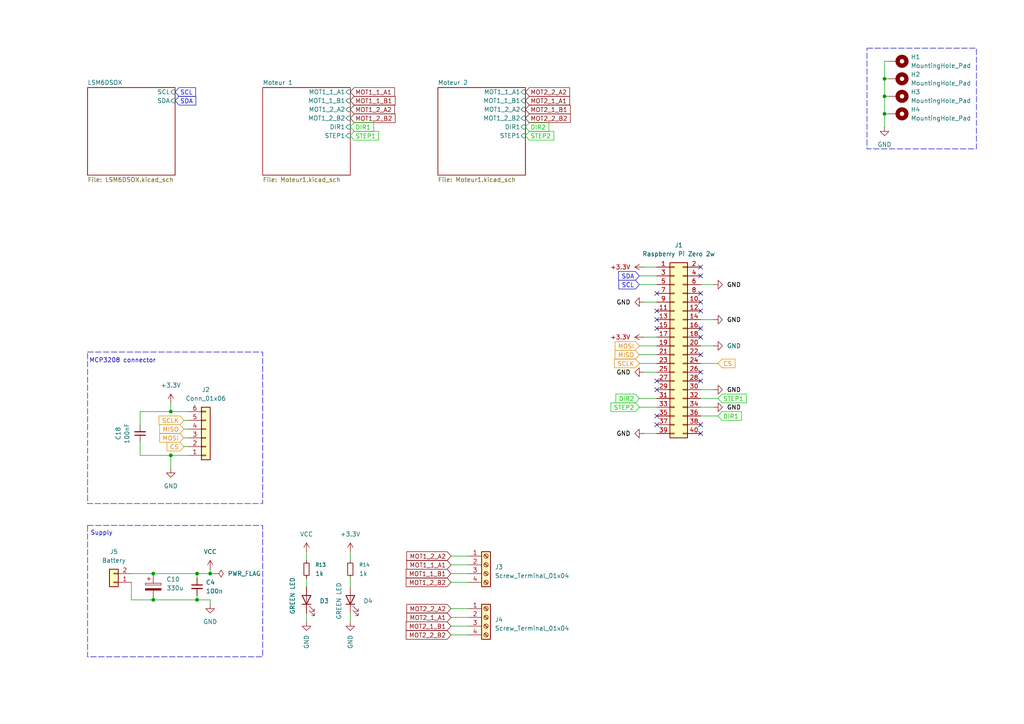
<source format=kicad_sch>
(kicad_sch
	(version 20250114)
	(generator "eeschema")
	(generator_version "9.0")
	(uuid "917aa03c-3980-4eba-8700-b55c1cb55f0b")
	(paper "A4")
	(title_block
		(title "Projet 6 PCB COMPLET")
		(company "ENSEA")
		(comment 1 "Clara CHATELAIS-VAUFLEURY")
		(comment 2 "Lucie ESTIN-CHARBONNEL")
		(comment 3 "Samirtaza RAJA")
	)
	(lib_symbols
		(symbol "Connector:Screw_Terminal_01x04"
			(pin_names
				(offset 1.016)
				(hide yes)
			)
			(exclude_from_sim no)
			(in_bom yes)
			(on_board yes)
			(property "Reference" "J"
				(at 0 5.08 0)
				(effects
					(font
						(size 1.27 1.27)
					)
				)
			)
			(property "Value" "Screw_Terminal_01x04"
				(at 0 -7.62 0)
				(effects
					(font
						(size 1.27 1.27)
					)
				)
			)
			(property "Footprint" ""
				(at 0 0 0)
				(effects
					(font
						(size 1.27 1.27)
					)
					(hide yes)
				)
			)
			(property "Datasheet" "~"
				(at 0 0 0)
				(effects
					(font
						(size 1.27 1.27)
					)
					(hide yes)
				)
			)
			(property "Description" "Generic screw terminal, single row, 01x04, script generated (kicad-library-utils/schlib/autogen/connector/)"
				(at 0 0 0)
				(effects
					(font
						(size 1.27 1.27)
					)
					(hide yes)
				)
			)
			(property "ki_keywords" "screw terminal"
				(at 0 0 0)
				(effects
					(font
						(size 1.27 1.27)
					)
					(hide yes)
				)
			)
			(property "ki_fp_filters" "TerminalBlock*:*"
				(at 0 0 0)
				(effects
					(font
						(size 1.27 1.27)
					)
					(hide yes)
				)
			)
			(symbol "Screw_Terminal_01x04_1_1"
				(rectangle
					(start -1.27 3.81)
					(end 1.27 -6.35)
					(stroke
						(width 0.254)
						(type default)
					)
					(fill
						(type background)
					)
				)
				(polyline
					(pts
						(xy -0.5334 2.8702) (xy 0.3302 2.032)
					)
					(stroke
						(width 0.1524)
						(type default)
					)
					(fill
						(type none)
					)
				)
				(polyline
					(pts
						(xy -0.5334 0.3302) (xy 0.3302 -0.508)
					)
					(stroke
						(width 0.1524)
						(type default)
					)
					(fill
						(type none)
					)
				)
				(polyline
					(pts
						(xy -0.5334 -2.2098) (xy 0.3302 -3.048)
					)
					(stroke
						(width 0.1524)
						(type default)
					)
					(fill
						(type none)
					)
				)
				(polyline
					(pts
						(xy -0.5334 -4.7498) (xy 0.3302 -5.588)
					)
					(stroke
						(width 0.1524)
						(type default)
					)
					(fill
						(type none)
					)
				)
				(polyline
					(pts
						(xy -0.3556 3.048) (xy 0.508 2.2098)
					)
					(stroke
						(width 0.1524)
						(type default)
					)
					(fill
						(type none)
					)
				)
				(polyline
					(pts
						(xy -0.3556 0.508) (xy 0.508 -0.3302)
					)
					(stroke
						(width 0.1524)
						(type default)
					)
					(fill
						(type none)
					)
				)
				(polyline
					(pts
						(xy -0.3556 -2.032) (xy 0.508 -2.8702)
					)
					(stroke
						(width 0.1524)
						(type default)
					)
					(fill
						(type none)
					)
				)
				(polyline
					(pts
						(xy -0.3556 -4.572) (xy 0.508 -5.4102)
					)
					(stroke
						(width 0.1524)
						(type default)
					)
					(fill
						(type none)
					)
				)
				(circle
					(center 0 2.54)
					(radius 0.635)
					(stroke
						(width 0.1524)
						(type default)
					)
					(fill
						(type none)
					)
				)
				(circle
					(center 0 0)
					(radius 0.635)
					(stroke
						(width 0.1524)
						(type default)
					)
					(fill
						(type none)
					)
				)
				(circle
					(center 0 -2.54)
					(radius 0.635)
					(stroke
						(width 0.1524)
						(type default)
					)
					(fill
						(type none)
					)
				)
				(circle
					(center 0 -5.08)
					(radius 0.635)
					(stroke
						(width 0.1524)
						(type default)
					)
					(fill
						(type none)
					)
				)
				(pin passive line
					(at -5.08 2.54 0)
					(length 3.81)
					(name "Pin_1"
						(effects
							(font
								(size 1.27 1.27)
							)
						)
					)
					(number "1"
						(effects
							(font
								(size 1.27 1.27)
							)
						)
					)
				)
				(pin passive line
					(at -5.08 0 0)
					(length 3.81)
					(name "Pin_2"
						(effects
							(font
								(size 1.27 1.27)
							)
						)
					)
					(number "2"
						(effects
							(font
								(size 1.27 1.27)
							)
						)
					)
				)
				(pin passive line
					(at -5.08 -2.54 0)
					(length 3.81)
					(name "Pin_3"
						(effects
							(font
								(size 1.27 1.27)
							)
						)
					)
					(number "3"
						(effects
							(font
								(size 1.27 1.27)
							)
						)
					)
				)
				(pin passive line
					(at -5.08 -5.08 0)
					(length 3.81)
					(name "Pin_4"
						(effects
							(font
								(size 1.27 1.27)
							)
						)
					)
					(number "4"
						(effects
							(font
								(size 1.27 1.27)
							)
						)
					)
				)
			)
			(embedded_fonts no)
		)
		(symbol "Connector_Generic:Conn_01x02"
			(pin_names
				(offset 1.016)
				(hide yes)
			)
			(exclude_from_sim no)
			(in_bom yes)
			(on_board yes)
			(property "Reference" "J"
				(at 0 2.54 0)
				(effects
					(font
						(size 1.27 1.27)
					)
				)
			)
			(property "Value" "Conn_01x02"
				(at 0 -5.08 0)
				(effects
					(font
						(size 1.27 1.27)
					)
				)
			)
			(property "Footprint" ""
				(at 0 0 0)
				(effects
					(font
						(size 1.27 1.27)
					)
					(hide yes)
				)
			)
			(property "Datasheet" "~"
				(at 0 0 0)
				(effects
					(font
						(size 1.27 1.27)
					)
					(hide yes)
				)
			)
			(property "Description" "Generic connector, single row, 01x02, script generated (kicad-library-utils/schlib/autogen/connector/)"
				(at 0 0 0)
				(effects
					(font
						(size 1.27 1.27)
					)
					(hide yes)
				)
			)
			(property "ki_keywords" "connector"
				(at 0 0 0)
				(effects
					(font
						(size 1.27 1.27)
					)
					(hide yes)
				)
			)
			(property "ki_fp_filters" "Connector*:*_1x??_*"
				(at 0 0 0)
				(effects
					(font
						(size 1.27 1.27)
					)
					(hide yes)
				)
			)
			(symbol "Conn_01x02_1_1"
				(rectangle
					(start -1.27 1.27)
					(end 1.27 -3.81)
					(stroke
						(width 0.254)
						(type default)
					)
					(fill
						(type background)
					)
				)
				(rectangle
					(start -1.27 0.127)
					(end 0 -0.127)
					(stroke
						(width 0.1524)
						(type default)
					)
					(fill
						(type none)
					)
				)
				(rectangle
					(start -1.27 -2.413)
					(end 0 -2.667)
					(stroke
						(width 0.1524)
						(type default)
					)
					(fill
						(type none)
					)
				)
				(pin passive line
					(at -5.08 0 0)
					(length 3.81)
					(name "Pin_1"
						(effects
							(font
								(size 1.27 1.27)
							)
						)
					)
					(number "1"
						(effects
							(font
								(size 1.27 1.27)
							)
						)
					)
				)
				(pin passive line
					(at -5.08 -2.54 0)
					(length 3.81)
					(name "Pin_2"
						(effects
							(font
								(size 1.27 1.27)
							)
						)
					)
					(number "2"
						(effects
							(font
								(size 1.27 1.27)
							)
						)
					)
				)
			)
			(embedded_fonts no)
		)
		(symbol "Connector_Generic:Conn_01x06"
			(pin_names
				(offset 1.016)
				(hide yes)
			)
			(exclude_from_sim no)
			(in_bom yes)
			(on_board yes)
			(property "Reference" "J"
				(at 0 7.62 0)
				(effects
					(font
						(size 1.27 1.27)
					)
				)
			)
			(property "Value" "Conn_01x06"
				(at 0 -10.16 0)
				(effects
					(font
						(size 1.27 1.27)
					)
				)
			)
			(property "Footprint" ""
				(at 0 0 0)
				(effects
					(font
						(size 1.27 1.27)
					)
					(hide yes)
				)
			)
			(property "Datasheet" "~"
				(at 0 0 0)
				(effects
					(font
						(size 1.27 1.27)
					)
					(hide yes)
				)
			)
			(property "Description" "Generic connector, single row, 01x06, script generated (kicad-library-utils/schlib/autogen/connector/)"
				(at 0 0 0)
				(effects
					(font
						(size 1.27 1.27)
					)
					(hide yes)
				)
			)
			(property "ki_keywords" "connector"
				(at 0 0 0)
				(effects
					(font
						(size 1.27 1.27)
					)
					(hide yes)
				)
			)
			(property "ki_fp_filters" "Connector*:*_1x??_*"
				(at 0 0 0)
				(effects
					(font
						(size 1.27 1.27)
					)
					(hide yes)
				)
			)
			(symbol "Conn_01x06_1_1"
				(rectangle
					(start -1.27 6.35)
					(end 1.27 -8.89)
					(stroke
						(width 0.254)
						(type default)
					)
					(fill
						(type background)
					)
				)
				(rectangle
					(start -1.27 5.207)
					(end 0 4.953)
					(stroke
						(width 0.1524)
						(type default)
					)
					(fill
						(type none)
					)
				)
				(rectangle
					(start -1.27 2.667)
					(end 0 2.413)
					(stroke
						(width 0.1524)
						(type default)
					)
					(fill
						(type none)
					)
				)
				(rectangle
					(start -1.27 0.127)
					(end 0 -0.127)
					(stroke
						(width 0.1524)
						(type default)
					)
					(fill
						(type none)
					)
				)
				(rectangle
					(start -1.27 -2.413)
					(end 0 -2.667)
					(stroke
						(width 0.1524)
						(type default)
					)
					(fill
						(type none)
					)
				)
				(rectangle
					(start -1.27 -4.953)
					(end 0 -5.207)
					(stroke
						(width 0.1524)
						(type default)
					)
					(fill
						(type none)
					)
				)
				(rectangle
					(start -1.27 -7.493)
					(end 0 -7.747)
					(stroke
						(width 0.1524)
						(type default)
					)
					(fill
						(type none)
					)
				)
				(pin passive line
					(at -5.08 5.08 0)
					(length 3.81)
					(name "Pin_1"
						(effects
							(font
								(size 1.27 1.27)
							)
						)
					)
					(number "1"
						(effects
							(font
								(size 1.27 1.27)
							)
						)
					)
				)
				(pin passive line
					(at -5.08 2.54 0)
					(length 3.81)
					(name "Pin_2"
						(effects
							(font
								(size 1.27 1.27)
							)
						)
					)
					(number "2"
						(effects
							(font
								(size 1.27 1.27)
							)
						)
					)
				)
				(pin passive line
					(at -5.08 0 0)
					(length 3.81)
					(name "Pin_3"
						(effects
							(font
								(size 1.27 1.27)
							)
						)
					)
					(number "3"
						(effects
							(font
								(size 1.27 1.27)
							)
						)
					)
				)
				(pin passive line
					(at -5.08 -2.54 0)
					(length 3.81)
					(name "Pin_4"
						(effects
							(font
								(size 1.27 1.27)
							)
						)
					)
					(number "4"
						(effects
							(font
								(size 1.27 1.27)
							)
						)
					)
				)
				(pin passive line
					(at -5.08 -5.08 0)
					(length 3.81)
					(name "Pin_5"
						(effects
							(font
								(size 1.27 1.27)
							)
						)
					)
					(number "5"
						(effects
							(font
								(size 1.27 1.27)
							)
						)
					)
				)
				(pin passive line
					(at -5.08 -7.62 0)
					(length 3.81)
					(name "Pin_6"
						(effects
							(font
								(size 1.27 1.27)
							)
						)
					)
					(number "6"
						(effects
							(font
								(size 1.27 1.27)
							)
						)
					)
				)
			)
			(embedded_fonts no)
		)
		(symbol "Connector_Generic:Conn_02x20_Odd_Even"
			(pin_names
				(offset 1.016)
				(hide yes)
			)
			(exclude_from_sim no)
			(in_bom yes)
			(on_board yes)
			(property "Reference" "J"
				(at 1.27 25.4 0)
				(effects
					(font
						(size 1.27 1.27)
					)
				)
			)
			(property "Value" "Conn_02x20_Odd_Even"
				(at 1.27 -27.94 0)
				(effects
					(font
						(size 1.27 1.27)
					)
				)
			)
			(property "Footprint" ""
				(at 0 0 0)
				(effects
					(font
						(size 1.27 1.27)
					)
					(hide yes)
				)
			)
			(property "Datasheet" "~"
				(at 0 0 0)
				(effects
					(font
						(size 1.27 1.27)
					)
					(hide yes)
				)
			)
			(property "Description" "Generic connector, double row, 02x20, odd/even pin numbering scheme (row 1 odd numbers, row 2 even numbers), script generated (kicad-library-utils/schlib/autogen/connector/)"
				(at 0 0 0)
				(effects
					(font
						(size 1.27 1.27)
					)
					(hide yes)
				)
			)
			(property "ki_keywords" "connector"
				(at 0 0 0)
				(effects
					(font
						(size 1.27 1.27)
					)
					(hide yes)
				)
			)
			(property "ki_fp_filters" "Connector*:*_2x??_*"
				(at 0 0 0)
				(effects
					(font
						(size 1.27 1.27)
					)
					(hide yes)
				)
			)
			(symbol "Conn_02x20_Odd_Even_1_1"
				(rectangle
					(start -1.27 24.13)
					(end 3.81 -26.67)
					(stroke
						(width 0.254)
						(type default)
					)
					(fill
						(type background)
					)
				)
				(rectangle
					(start -1.27 22.987)
					(end 0 22.733)
					(stroke
						(width 0.1524)
						(type default)
					)
					(fill
						(type none)
					)
				)
				(rectangle
					(start -1.27 20.447)
					(end 0 20.193)
					(stroke
						(width 0.1524)
						(type default)
					)
					(fill
						(type none)
					)
				)
				(rectangle
					(start -1.27 17.907)
					(end 0 17.653)
					(stroke
						(width 0.1524)
						(type default)
					)
					(fill
						(type none)
					)
				)
				(rectangle
					(start -1.27 15.367)
					(end 0 15.113)
					(stroke
						(width 0.1524)
						(type default)
					)
					(fill
						(type none)
					)
				)
				(rectangle
					(start -1.27 12.827)
					(end 0 12.573)
					(stroke
						(width 0.1524)
						(type default)
					)
					(fill
						(type none)
					)
				)
				(rectangle
					(start -1.27 10.287)
					(end 0 10.033)
					(stroke
						(width 0.1524)
						(type default)
					)
					(fill
						(type none)
					)
				)
				(rectangle
					(start -1.27 7.747)
					(end 0 7.493)
					(stroke
						(width 0.1524)
						(type default)
					)
					(fill
						(type none)
					)
				)
				(rectangle
					(start -1.27 5.207)
					(end 0 4.953)
					(stroke
						(width 0.1524)
						(type default)
					)
					(fill
						(type none)
					)
				)
				(rectangle
					(start -1.27 2.667)
					(end 0 2.413)
					(stroke
						(width 0.1524)
						(type default)
					)
					(fill
						(type none)
					)
				)
				(rectangle
					(start -1.27 0.127)
					(end 0 -0.127)
					(stroke
						(width 0.1524)
						(type default)
					)
					(fill
						(type none)
					)
				)
				(rectangle
					(start -1.27 -2.413)
					(end 0 -2.667)
					(stroke
						(width 0.1524)
						(type default)
					)
					(fill
						(type none)
					)
				)
				(rectangle
					(start -1.27 -4.953)
					(end 0 -5.207)
					(stroke
						(width 0.1524)
						(type default)
					)
					(fill
						(type none)
					)
				)
				(rectangle
					(start -1.27 -7.493)
					(end 0 -7.747)
					(stroke
						(width 0.1524)
						(type default)
					)
					(fill
						(type none)
					)
				)
				(rectangle
					(start -1.27 -10.033)
					(end 0 -10.287)
					(stroke
						(width 0.1524)
						(type default)
					)
					(fill
						(type none)
					)
				)
				(rectangle
					(start -1.27 -12.573)
					(end 0 -12.827)
					(stroke
						(width 0.1524)
						(type default)
					)
					(fill
						(type none)
					)
				)
				(rectangle
					(start -1.27 -15.113)
					(end 0 -15.367)
					(stroke
						(width 0.1524)
						(type default)
					)
					(fill
						(type none)
					)
				)
				(rectangle
					(start -1.27 -17.653)
					(end 0 -17.907)
					(stroke
						(width 0.1524)
						(type default)
					)
					(fill
						(type none)
					)
				)
				(rectangle
					(start -1.27 -20.193)
					(end 0 -20.447)
					(stroke
						(width 0.1524)
						(type default)
					)
					(fill
						(type none)
					)
				)
				(rectangle
					(start -1.27 -22.733)
					(end 0 -22.987)
					(stroke
						(width 0.1524)
						(type default)
					)
					(fill
						(type none)
					)
				)
				(rectangle
					(start -1.27 -25.273)
					(end 0 -25.527)
					(stroke
						(width 0.1524)
						(type default)
					)
					(fill
						(type none)
					)
				)
				(rectangle
					(start 3.81 22.987)
					(end 2.54 22.733)
					(stroke
						(width 0.1524)
						(type default)
					)
					(fill
						(type none)
					)
				)
				(rectangle
					(start 3.81 20.447)
					(end 2.54 20.193)
					(stroke
						(width 0.1524)
						(type default)
					)
					(fill
						(type none)
					)
				)
				(rectangle
					(start 3.81 17.907)
					(end 2.54 17.653)
					(stroke
						(width 0.1524)
						(type default)
					)
					(fill
						(type none)
					)
				)
				(rectangle
					(start 3.81 15.367)
					(end 2.54 15.113)
					(stroke
						(width 0.1524)
						(type default)
					)
					(fill
						(type none)
					)
				)
				(rectangle
					(start 3.81 12.827)
					(end 2.54 12.573)
					(stroke
						(width 0.1524)
						(type default)
					)
					(fill
						(type none)
					)
				)
				(rectangle
					(start 3.81 10.287)
					(end 2.54 10.033)
					(stroke
						(width 0.1524)
						(type default)
					)
					(fill
						(type none)
					)
				)
				(rectangle
					(start 3.81 7.747)
					(end 2.54 7.493)
					(stroke
						(width 0.1524)
						(type default)
					)
					(fill
						(type none)
					)
				)
				(rectangle
					(start 3.81 5.207)
					(end 2.54 4.953)
					(stroke
						(width 0.1524)
						(type default)
					)
					(fill
						(type none)
					)
				)
				(rectangle
					(start 3.81 2.667)
					(end 2.54 2.413)
					(stroke
						(width 0.1524)
						(type default)
					)
					(fill
						(type none)
					)
				)
				(rectangle
					(start 3.81 0.127)
					(end 2.54 -0.127)
					(stroke
						(width 0.1524)
						(type default)
					)
					(fill
						(type none)
					)
				)
				(rectangle
					(start 3.81 -2.413)
					(end 2.54 -2.667)
					(stroke
						(width 0.1524)
						(type default)
					)
					(fill
						(type none)
					)
				)
				(rectangle
					(start 3.81 -4.953)
					(end 2.54 -5.207)
					(stroke
						(width 0.1524)
						(type default)
					)
					(fill
						(type none)
					)
				)
				(rectangle
					(start 3.81 -7.493)
					(end 2.54 -7.747)
					(stroke
						(width 0.1524)
						(type default)
					)
					(fill
						(type none)
					)
				)
				(rectangle
					(start 3.81 -10.033)
					(end 2.54 -10.287)
					(stroke
						(width 0.1524)
						(type default)
					)
					(fill
						(type none)
					)
				)
				(rectangle
					(start 3.81 -12.573)
					(end 2.54 -12.827)
					(stroke
						(width 0.1524)
						(type default)
					)
					(fill
						(type none)
					)
				)
				(rectangle
					(start 3.81 -15.113)
					(end 2.54 -15.367)
					(stroke
						(width 0.1524)
						(type default)
					)
					(fill
						(type none)
					)
				)
				(rectangle
					(start 3.81 -17.653)
					(end 2.54 -17.907)
					(stroke
						(width 0.1524)
						(type default)
					)
					(fill
						(type none)
					)
				)
				(rectangle
					(start 3.81 -20.193)
					(end 2.54 -20.447)
					(stroke
						(width 0.1524)
						(type default)
					)
					(fill
						(type none)
					)
				)
				(rectangle
					(start 3.81 -22.733)
					(end 2.54 -22.987)
					(stroke
						(width 0.1524)
						(type default)
					)
					(fill
						(type none)
					)
				)
				(rectangle
					(start 3.81 -25.273)
					(end 2.54 -25.527)
					(stroke
						(width 0.1524)
						(type default)
					)
					(fill
						(type none)
					)
				)
				(pin passive line
					(at -5.08 22.86 0)
					(length 3.81)
					(name "Pin_1"
						(effects
							(font
								(size 1.27 1.27)
							)
						)
					)
					(number "1"
						(effects
							(font
								(size 1.27 1.27)
							)
						)
					)
				)
				(pin passive line
					(at -5.08 20.32 0)
					(length 3.81)
					(name "Pin_3"
						(effects
							(font
								(size 1.27 1.27)
							)
						)
					)
					(number "3"
						(effects
							(font
								(size 1.27 1.27)
							)
						)
					)
				)
				(pin passive line
					(at -5.08 17.78 0)
					(length 3.81)
					(name "Pin_5"
						(effects
							(font
								(size 1.27 1.27)
							)
						)
					)
					(number "5"
						(effects
							(font
								(size 1.27 1.27)
							)
						)
					)
				)
				(pin passive line
					(at -5.08 15.24 0)
					(length 3.81)
					(name "Pin_7"
						(effects
							(font
								(size 1.27 1.27)
							)
						)
					)
					(number "7"
						(effects
							(font
								(size 1.27 1.27)
							)
						)
					)
				)
				(pin passive line
					(at -5.08 12.7 0)
					(length 3.81)
					(name "Pin_9"
						(effects
							(font
								(size 1.27 1.27)
							)
						)
					)
					(number "9"
						(effects
							(font
								(size 1.27 1.27)
							)
						)
					)
				)
				(pin passive line
					(at -5.08 10.16 0)
					(length 3.81)
					(name "Pin_11"
						(effects
							(font
								(size 1.27 1.27)
							)
						)
					)
					(number "11"
						(effects
							(font
								(size 1.27 1.27)
							)
						)
					)
				)
				(pin passive line
					(at -5.08 7.62 0)
					(length 3.81)
					(name "Pin_13"
						(effects
							(font
								(size 1.27 1.27)
							)
						)
					)
					(number "13"
						(effects
							(font
								(size 1.27 1.27)
							)
						)
					)
				)
				(pin passive line
					(at -5.08 5.08 0)
					(length 3.81)
					(name "Pin_15"
						(effects
							(font
								(size 1.27 1.27)
							)
						)
					)
					(number "15"
						(effects
							(font
								(size 1.27 1.27)
							)
						)
					)
				)
				(pin passive line
					(at -5.08 2.54 0)
					(length 3.81)
					(name "Pin_17"
						(effects
							(font
								(size 1.27 1.27)
							)
						)
					)
					(number "17"
						(effects
							(font
								(size 1.27 1.27)
							)
						)
					)
				)
				(pin passive line
					(at -5.08 0 0)
					(length 3.81)
					(name "Pin_19"
						(effects
							(font
								(size 1.27 1.27)
							)
						)
					)
					(number "19"
						(effects
							(font
								(size 1.27 1.27)
							)
						)
					)
				)
				(pin passive line
					(at -5.08 -2.54 0)
					(length 3.81)
					(name "Pin_21"
						(effects
							(font
								(size 1.27 1.27)
							)
						)
					)
					(number "21"
						(effects
							(font
								(size 1.27 1.27)
							)
						)
					)
				)
				(pin passive line
					(at -5.08 -5.08 0)
					(length 3.81)
					(name "Pin_23"
						(effects
							(font
								(size 1.27 1.27)
							)
						)
					)
					(number "23"
						(effects
							(font
								(size 1.27 1.27)
							)
						)
					)
				)
				(pin passive line
					(at -5.08 -7.62 0)
					(length 3.81)
					(name "Pin_25"
						(effects
							(font
								(size 1.27 1.27)
							)
						)
					)
					(number "25"
						(effects
							(font
								(size 1.27 1.27)
							)
						)
					)
				)
				(pin passive line
					(at -5.08 -10.16 0)
					(length 3.81)
					(name "Pin_27"
						(effects
							(font
								(size 1.27 1.27)
							)
						)
					)
					(number "27"
						(effects
							(font
								(size 1.27 1.27)
							)
						)
					)
				)
				(pin passive line
					(at -5.08 -12.7 0)
					(length 3.81)
					(name "Pin_29"
						(effects
							(font
								(size 1.27 1.27)
							)
						)
					)
					(number "29"
						(effects
							(font
								(size 1.27 1.27)
							)
						)
					)
				)
				(pin passive line
					(at -5.08 -15.24 0)
					(length 3.81)
					(name "Pin_31"
						(effects
							(font
								(size 1.27 1.27)
							)
						)
					)
					(number "31"
						(effects
							(font
								(size 1.27 1.27)
							)
						)
					)
				)
				(pin passive line
					(at -5.08 -17.78 0)
					(length 3.81)
					(name "Pin_33"
						(effects
							(font
								(size 1.27 1.27)
							)
						)
					)
					(number "33"
						(effects
							(font
								(size 1.27 1.27)
							)
						)
					)
				)
				(pin passive line
					(at -5.08 -20.32 0)
					(length 3.81)
					(name "Pin_35"
						(effects
							(font
								(size 1.27 1.27)
							)
						)
					)
					(number "35"
						(effects
							(font
								(size 1.27 1.27)
							)
						)
					)
				)
				(pin passive line
					(at -5.08 -22.86 0)
					(length 3.81)
					(name "Pin_37"
						(effects
							(font
								(size 1.27 1.27)
							)
						)
					)
					(number "37"
						(effects
							(font
								(size 1.27 1.27)
							)
						)
					)
				)
				(pin passive line
					(at -5.08 -25.4 0)
					(length 3.81)
					(name "Pin_39"
						(effects
							(font
								(size 1.27 1.27)
							)
						)
					)
					(number "39"
						(effects
							(font
								(size 1.27 1.27)
							)
						)
					)
				)
				(pin passive line
					(at 7.62 22.86 180)
					(length 3.81)
					(name "Pin_2"
						(effects
							(font
								(size 1.27 1.27)
							)
						)
					)
					(number "2"
						(effects
							(font
								(size 1.27 1.27)
							)
						)
					)
				)
				(pin passive line
					(at 7.62 20.32 180)
					(length 3.81)
					(name "Pin_4"
						(effects
							(font
								(size 1.27 1.27)
							)
						)
					)
					(number "4"
						(effects
							(font
								(size 1.27 1.27)
							)
						)
					)
				)
				(pin passive line
					(at 7.62 17.78 180)
					(length 3.81)
					(name "Pin_6"
						(effects
							(font
								(size 1.27 1.27)
							)
						)
					)
					(number "6"
						(effects
							(font
								(size 1.27 1.27)
							)
						)
					)
				)
				(pin passive line
					(at 7.62 15.24 180)
					(length 3.81)
					(name "Pin_8"
						(effects
							(font
								(size 1.27 1.27)
							)
						)
					)
					(number "8"
						(effects
							(font
								(size 1.27 1.27)
							)
						)
					)
				)
				(pin passive line
					(at 7.62 12.7 180)
					(length 3.81)
					(name "Pin_10"
						(effects
							(font
								(size 1.27 1.27)
							)
						)
					)
					(number "10"
						(effects
							(font
								(size 1.27 1.27)
							)
						)
					)
				)
				(pin passive line
					(at 7.62 10.16 180)
					(length 3.81)
					(name "Pin_12"
						(effects
							(font
								(size 1.27 1.27)
							)
						)
					)
					(number "12"
						(effects
							(font
								(size 1.27 1.27)
							)
						)
					)
				)
				(pin passive line
					(at 7.62 7.62 180)
					(length 3.81)
					(name "Pin_14"
						(effects
							(font
								(size 1.27 1.27)
							)
						)
					)
					(number "14"
						(effects
							(font
								(size 1.27 1.27)
							)
						)
					)
				)
				(pin passive line
					(at 7.62 5.08 180)
					(length 3.81)
					(name "Pin_16"
						(effects
							(font
								(size 1.27 1.27)
							)
						)
					)
					(number "16"
						(effects
							(font
								(size 1.27 1.27)
							)
						)
					)
				)
				(pin passive line
					(at 7.62 2.54 180)
					(length 3.81)
					(name "Pin_18"
						(effects
							(font
								(size 1.27 1.27)
							)
						)
					)
					(number "18"
						(effects
							(font
								(size 1.27 1.27)
							)
						)
					)
				)
				(pin passive line
					(at 7.62 0 180)
					(length 3.81)
					(name "Pin_20"
						(effects
							(font
								(size 1.27 1.27)
							)
						)
					)
					(number "20"
						(effects
							(font
								(size 1.27 1.27)
							)
						)
					)
				)
				(pin passive line
					(at 7.62 -2.54 180)
					(length 3.81)
					(name "Pin_22"
						(effects
							(font
								(size 1.27 1.27)
							)
						)
					)
					(number "22"
						(effects
							(font
								(size 1.27 1.27)
							)
						)
					)
				)
				(pin passive line
					(at 7.62 -5.08 180)
					(length 3.81)
					(name "Pin_24"
						(effects
							(font
								(size 1.27 1.27)
							)
						)
					)
					(number "24"
						(effects
							(font
								(size 1.27 1.27)
							)
						)
					)
				)
				(pin passive line
					(at 7.62 -7.62 180)
					(length 3.81)
					(name "Pin_26"
						(effects
							(font
								(size 1.27 1.27)
							)
						)
					)
					(number "26"
						(effects
							(font
								(size 1.27 1.27)
							)
						)
					)
				)
				(pin passive line
					(at 7.62 -10.16 180)
					(length 3.81)
					(name "Pin_28"
						(effects
							(font
								(size 1.27 1.27)
							)
						)
					)
					(number "28"
						(effects
							(font
								(size 1.27 1.27)
							)
						)
					)
				)
				(pin passive line
					(at 7.62 -12.7 180)
					(length 3.81)
					(name "Pin_30"
						(effects
							(font
								(size 1.27 1.27)
							)
						)
					)
					(number "30"
						(effects
							(font
								(size 1.27 1.27)
							)
						)
					)
				)
				(pin passive line
					(at 7.62 -15.24 180)
					(length 3.81)
					(name "Pin_32"
						(effects
							(font
								(size 1.27 1.27)
							)
						)
					)
					(number "32"
						(effects
							(font
								(size 1.27 1.27)
							)
						)
					)
				)
				(pin passive line
					(at 7.62 -17.78 180)
					(length 3.81)
					(name "Pin_34"
						(effects
							(font
								(size 1.27 1.27)
							)
						)
					)
					(number "34"
						(effects
							(font
								(size 1.27 1.27)
							)
						)
					)
				)
				(pin passive line
					(at 7.62 -20.32 180)
					(length 3.81)
					(name "Pin_36"
						(effects
							(font
								(size 1.27 1.27)
							)
						)
					)
					(number "36"
						(effects
							(font
								(size 1.27 1.27)
							)
						)
					)
				)
				(pin passive line
					(at 7.62 -22.86 180)
					(length 3.81)
					(name "Pin_38"
						(effects
							(font
								(size 1.27 1.27)
							)
						)
					)
					(number "38"
						(effects
							(font
								(size 1.27 1.27)
							)
						)
					)
				)
				(pin passive line
					(at 7.62 -25.4 180)
					(length 3.81)
					(name "Pin_40"
						(effects
							(font
								(size 1.27 1.27)
							)
						)
					)
					(number "40"
						(effects
							(font
								(size 1.27 1.27)
							)
						)
					)
				)
			)
			(embedded_fonts no)
		)
		(symbol "Device:C_Polarized"
			(pin_numbers
				(hide yes)
			)
			(pin_names
				(offset 0.254)
			)
			(exclude_from_sim no)
			(in_bom yes)
			(on_board yes)
			(property "Reference" "C"
				(at 0.635 2.54 0)
				(effects
					(font
						(size 1.27 1.27)
					)
					(justify left)
				)
			)
			(property "Value" "C_Polarized"
				(at 0.635 -2.54 0)
				(effects
					(font
						(size 1.27 1.27)
					)
					(justify left)
				)
			)
			(property "Footprint" ""
				(at 0.9652 -3.81 0)
				(effects
					(font
						(size 1.27 1.27)
					)
					(hide yes)
				)
			)
			(property "Datasheet" "~"
				(at 0 0 0)
				(effects
					(font
						(size 1.27 1.27)
					)
					(hide yes)
				)
			)
			(property "Description" "Polarized capacitor"
				(at 0 0 0)
				(effects
					(font
						(size 1.27 1.27)
					)
					(hide yes)
				)
			)
			(property "ki_keywords" "cap capacitor"
				(at 0 0 0)
				(effects
					(font
						(size 1.27 1.27)
					)
					(hide yes)
				)
			)
			(property "ki_fp_filters" "CP_*"
				(at 0 0 0)
				(effects
					(font
						(size 1.27 1.27)
					)
					(hide yes)
				)
			)
			(symbol "C_Polarized_0_1"
				(rectangle
					(start -2.286 0.508)
					(end 2.286 1.016)
					(stroke
						(width 0)
						(type default)
					)
					(fill
						(type none)
					)
				)
				(polyline
					(pts
						(xy -1.778 2.286) (xy -0.762 2.286)
					)
					(stroke
						(width 0)
						(type default)
					)
					(fill
						(type none)
					)
				)
				(polyline
					(pts
						(xy -1.27 2.794) (xy -1.27 1.778)
					)
					(stroke
						(width 0)
						(type default)
					)
					(fill
						(type none)
					)
				)
				(rectangle
					(start 2.286 -0.508)
					(end -2.286 -1.016)
					(stroke
						(width 0)
						(type default)
					)
					(fill
						(type outline)
					)
				)
			)
			(symbol "C_Polarized_1_1"
				(pin passive line
					(at 0 3.81 270)
					(length 2.794)
					(name "~"
						(effects
							(font
								(size 1.27 1.27)
							)
						)
					)
					(number "1"
						(effects
							(font
								(size 1.27 1.27)
							)
						)
					)
				)
				(pin passive line
					(at 0 -3.81 90)
					(length 2.794)
					(name "~"
						(effects
							(font
								(size 1.27 1.27)
							)
						)
					)
					(number "2"
						(effects
							(font
								(size 1.27 1.27)
							)
						)
					)
				)
			)
			(embedded_fonts no)
		)
		(symbol "Device:C_Small"
			(pin_numbers
				(hide yes)
			)
			(pin_names
				(offset 0.254)
				(hide yes)
			)
			(exclude_from_sim no)
			(in_bom yes)
			(on_board yes)
			(property "Reference" "C"
				(at 0.254 1.778 0)
				(effects
					(font
						(size 1.27 1.27)
					)
					(justify left)
				)
			)
			(property "Value" "C_Small"
				(at 0.254 -2.032 0)
				(effects
					(font
						(size 1.27 1.27)
					)
					(justify left)
				)
			)
			(property "Footprint" ""
				(at 0 0 0)
				(effects
					(font
						(size 1.27 1.27)
					)
					(hide yes)
				)
			)
			(property "Datasheet" "~"
				(at 0 0 0)
				(effects
					(font
						(size 1.27 1.27)
					)
					(hide yes)
				)
			)
			(property "Description" "Unpolarized capacitor, small symbol"
				(at 0 0 0)
				(effects
					(font
						(size 1.27 1.27)
					)
					(hide yes)
				)
			)
			(property "ki_keywords" "capacitor cap"
				(at 0 0 0)
				(effects
					(font
						(size 1.27 1.27)
					)
					(hide yes)
				)
			)
			(property "ki_fp_filters" "C_*"
				(at 0 0 0)
				(effects
					(font
						(size 1.27 1.27)
					)
					(hide yes)
				)
			)
			(symbol "C_Small_0_1"
				(polyline
					(pts
						(xy -1.524 0.508) (xy 1.524 0.508)
					)
					(stroke
						(width 0.3048)
						(type default)
					)
					(fill
						(type none)
					)
				)
				(polyline
					(pts
						(xy -1.524 -0.508) (xy 1.524 -0.508)
					)
					(stroke
						(width 0.3302)
						(type default)
					)
					(fill
						(type none)
					)
				)
			)
			(symbol "C_Small_1_1"
				(pin passive line
					(at 0 2.54 270)
					(length 2.032)
					(name "~"
						(effects
							(font
								(size 1.27 1.27)
							)
						)
					)
					(number "1"
						(effects
							(font
								(size 1.27 1.27)
							)
						)
					)
				)
				(pin passive line
					(at 0 -2.54 90)
					(length 2.032)
					(name "~"
						(effects
							(font
								(size 1.27 1.27)
							)
						)
					)
					(number "2"
						(effects
							(font
								(size 1.27 1.27)
							)
						)
					)
				)
			)
			(embedded_fonts no)
		)
		(symbol "Device:LED"
			(pin_numbers
				(hide yes)
			)
			(pin_names
				(offset 1.016)
				(hide yes)
			)
			(exclude_from_sim no)
			(in_bom yes)
			(on_board yes)
			(property "Reference" "D"
				(at 0 2.54 0)
				(effects
					(font
						(size 1.27 1.27)
					)
				)
			)
			(property "Value" "LED"
				(at 0 -2.54 0)
				(effects
					(font
						(size 1.27 1.27)
					)
				)
			)
			(property "Footprint" ""
				(at 0 0 0)
				(effects
					(font
						(size 1.27 1.27)
					)
					(hide yes)
				)
			)
			(property "Datasheet" "~"
				(at 0 0 0)
				(effects
					(font
						(size 1.27 1.27)
					)
					(hide yes)
				)
			)
			(property "Description" "Light emitting diode"
				(at 0 0 0)
				(effects
					(font
						(size 1.27 1.27)
					)
					(hide yes)
				)
			)
			(property "Sim.Pins" "1=K 2=A"
				(at 0 0 0)
				(effects
					(font
						(size 1.27 1.27)
					)
					(hide yes)
				)
			)
			(property "ki_keywords" "LED diode"
				(at 0 0 0)
				(effects
					(font
						(size 1.27 1.27)
					)
					(hide yes)
				)
			)
			(property "ki_fp_filters" "LED* LED_SMD:* LED_THT:*"
				(at 0 0 0)
				(effects
					(font
						(size 1.27 1.27)
					)
					(hide yes)
				)
			)
			(symbol "LED_0_1"
				(polyline
					(pts
						(xy -3.048 -0.762) (xy -4.572 -2.286) (xy -3.81 -2.286) (xy -4.572 -2.286) (xy -4.572 -1.524)
					)
					(stroke
						(width 0)
						(type default)
					)
					(fill
						(type none)
					)
				)
				(polyline
					(pts
						(xy -1.778 -0.762) (xy -3.302 -2.286) (xy -2.54 -2.286) (xy -3.302 -2.286) (xy -3.302 -1.524)
					)
					(stroke
						(width 0)
						(type default)
					)
					(fill
						(type none)
					)
				)
				(polyline
					(pts
						(xy -1.27 0) (xy 1.27 0)
					)
					(stroke
						(width 0)
						(type default)
					)
					(fill
						(type none)
					)
				)
				(polyline
					(pts
						(xy -1.27 -1.27) (xy -1.27 1.27)
					)
					(stroke
						(width 0.254)
						(type default)
					)
					(fill
						(type none)
					)
				)
				(polyline
					(pts
						(xy 1.27 -1.27) (xy 1.27 1.27) (xy -1.27 0) (xy 1.27 -1.27)
					)
					(stroke
						(width 0.254)
						(type default)
					)
					(fill
						(type none)
					)
				)
			)
			(symbol "LED_1_1"
				(pin passive line
					(at -3.81 0 0)
					(length 2.54)
					(name "K"
						(effects
							(font
								(size 1.27 1.27)
							)
						)
					)
					(number "1"
						(effects
							(font
								(size 1.27 1.27)
							)
						)
					)
				)
				(pin passive line
					(at 3.81 0 180)
					(length 2.54)
					(name "A"
						(effects
							(font
								(size 1.27 1.27)
							)
						)
					)
					(number "2"
						(effects
							(font
								(size 1.27 1.27)
							)
						)
					)
				)
			)
			(embedded_fonts no)
		)
		(symbol "Device:R_Small"
			(pin_numbers
				(hide yes)
			)
			(pin_names
				(offset 0.254)
				(hide yes)
			)
			(exclude_from_sim no)
			(in_bom yes)
			(on_board yes)
			(property "Reference" "R"
				(at 0 0 90)
				(effects
					(font
						(size 1.016 1.016)
					)
				)
			)
			(property "Value" "R_Small"
				(at 1.778 0 90)
				(effects
					(font
						(size 1.27 1.27)
					)
				)
			)
			(property "Footprint" ""
				(at 0 0 0)
				(effects
					(font
						(size 1.27 1.27)
					)
					(hide yes)
				)
			)
			(property "Datasheet" "~"
				(at 0 0 0)
				(effects
					(font
						(size 1.27 1.27)
					)
					(hide yes)
				)
			)
			(property "Description" "Resistor, small symbol"
				(at 0 0 0)
				(effects
					(font
						(size 1.27 1.27)
					)
					(hide yes)
				)
			)
			(property "ki_keywords" "R resistor"
				(at 0 0 0)
				(effects
					(font
						(size 1.27 1.27)
					)
					(hide yes)
				)
			)
			(property "ki_fp_filters" "R_*"
				(at 0 0 0)
				(effects
					(font
						(size 1.27 1.27)
					)
					(hide yes)
				)
			)
			(symbol "R_Small_0_1"
				(rectangle
					(start -0.762 1.778)
					(end 0.762 -1.778)
					(stroke
						(width 0.2032)
						(type default)
					)
					(fill
						(type none)
					)
				)
			)
			(symbol "R_Small_1_1"
				(pin passive line
					(at 0 2.54 270)
					(length 0.762)
					(name "~"
						(effects
							(font
								(size 1.27 1.27)
							)
						)
					)
					(number "1"
						(effects
							(font
								(size 1.27 1.27)
							)
						)
					)
				)
				(pin passive line
					(at 0 -2.54 90)
					(length 0.762)
					(name "~"
						(effects
							(font
								(size 1.27 1.27)
							)
						)
					)
					(number "2"
						(effects
							(font
								(size 1.27 1.27)
							)
						)
					)
				)
			)
			(embedded_fonts no)
		)
		(symbol "Mechanical:MountingHole_Pad"
			(pin_numbers
				(hide yes)
			)
			(pin_names
				(offset 1.016)
				(hide yes)
			)
			(exclude_from_sim no)
			(in_bom no)
			(on_board yes)
			(property "Reference" "H"
				(at 0 6.35 0)
				(effects
					(font
						(size 1.27 1.27)
					)
				)
			)
			(property "Value" "MountingHole_Pad"
				(at 0 4.445 0)
				(effects
					(font
						(size 1.27 1.27)
					)
				)
			)
			(property "Footprint" ""
				(at 0 0 0)
				(effects
					(font
						(size 1.27 1.27)
					)
					(hide yes)
				)
			)
			(property "Datasheet" "~"
				(at 0 0 0)
				(effects
					(font
						(size 1.27 1.27)
					)
					(hide yes)
				)
			)
			(property "Description" "Mounting Hole with connection"
				(at 0 0 0)
				(effects
					(font
						(size 1.27 1.27)
					)
					(hide yes)
				)
			)
			(property "ki_keywords" "mounting hole"
				(at 0 0 0)
				(effects
					(font
						(size 1.27 1.27)
					)
					(hide yes)
				)
			)
			(property "ki_fp_filters" "MountingHole*Pad*"
				(at 0 0 0)
				(effects
					(font
						(size 1.27 1.27)
					)
					(hide yes)
				)
			)
			(symbol "MountingHole_Pad_0_1"
				(circle
					(center 0 1.27)
					(radius 1.27)
					(stroke
						(width 1.27)
						(type default)
					)
					(fill
						(type none)
					)
				)
			)
			(symbol "MountingHole_Pad_1_1"
				(pin input line
					(at 0 -2.54 90)
					(length 2.54)
					(name "1"
						(effects
							(font
								(size 1.27 1.27)
							)
						)
					)
					(number "1"
						(effects
							(font
								(size 1.27 1.27)
							)
						)
					)
				)
			)
			(embedded_fonts no)
		)
		(symbol "power:+3.3V"
			(power)
			(pin_numbers
				(hide yes)
			)
			(pin_names
				(offset 0)
				(hide yes)
			)
			(exclude_from_sim no)
			(in_bom yes)
			(on_board yes)
			(property "Reference" "#PWR"
				(at 0 -3.81 0)
				(effects
					(font
						(size 1.27 1.27)
					)
					(hide yes)
				)
			)
			(property "Value" "+3.3V"
				(at 0 3.556 0)
				(effects
					(font
						(size 1.27 1.27)
					)
				)
			)
			(property "Footprint" ""
				(at 0 0 0)
				(effects
					(font
						(size 1.27 1.27)
					)
					(hide yes)
				)
			)
			(property "Datasheet" ""
				(at 0 0 0)
				(effects
					(font
						(size 1.27 1.27)
					)
					(hide yes)
				)
			)
			(property "Description" "Power symbol creates a global label with name \"+3.3V\""
				(at 0 0 0)
				(effects
					(font
						(size 1.27 1.27)
					)
					(hide yes)
				)
			)
			(property "ki_keywords" "global power"
				(at 0 0 0)
				(effects
					(font
						(size 1.27 1.27)
					)
					(hide yes)
				)
			)
			(symbol "+3.3V_0_1"
				(polyline
					(pts
						(xy -0.762 1.27) (xy 0 2.54)
					)
					(stroke
						(width 0)
						(type default)
					)
					(fill
						(type none)
					)
				)
				(polyline
					(pts
						(xy 0 2.54) (xy 0.762 1.27)
					)
					(stroke
						(width 0)
						(type default)
					)
					(fill
						(type none)
					)
				)
				(polyline
					(pts
						(xy 0 0) (xy 0 2.54)
					)
					(stroke
						(width 0)
						(type default)
					)
					(fill
						(type none)
					)
				)
			)
			(symbol "+3.3V_1_1"
				(pin power_in line
					(at 0 0 90)
					(length 0)
					(name "~"
						(effects
							(font
								(size 1.27 1.27)
							)
						)
					)
					(number "1"
						(effects
							(font
								(size 1.27 1.27)
							)
						)
					)
				)
			)
			(embedded_fonts no)
		)
		(symbol "power:GND"
			(power)
			(pin_numbers
				(hide yes)
			)
			(pin_names
				(offset 0)
				(hide yes)
			)
			(exclude_from_sim no)
			(in_bom yes)
			(on_board yes)
			(property "Reference" "#PWR"
				(at 0 -6.35 0)
				(effects
					(font
						(size 1.27 1.27)
					)
					(hide yes)
				)
			)
			(property "Value" "GND"
				(at 0 -3.81 0)
				(effects
					(font
						(size 1.27 1.27)
					)
				)
			)
			(property "Footprint" ""
				(at 0 0 0)
				(effects
					(font
						(size 1.27 1.27)
					)
					(hide yes)
				)
			)
			(property "Datasheet" ""
				(at 0 0 0)
				(effects
					(font
						(size 1.27 1.27)
					)
					(hide yes)
				)
			)
			(property "Description" "Power symbol creates a global label with name \"GND\" , ground"
				(at 0 0 0)
				(effects
					(font
						(size 1.27 1.27)
					)
					(hide yes)
				)
			)
			(property "ki_keywords" "global power"
				(at 0 0 0)
				(effects
					(font
						(size 1.27 1.27)
					)
					(hide yes)
				)
			)
			(symbol "GND_0_1"
				(polyline
					(pts
						(xy 0 0) (xy 0 -1.27) (xy 1.27 -1.27) (xy 0 -2.54) (xy -1.27 -1.27) (xy 0 -1.27)
					)
					(stroke
						(width 0)
						(type default)
					)
					(fill
						(type none)
					)
				)
			)
			(symbol "GND_1_1"
				(pin power_in line
					(at 0 0 270)
					(length 0)
					(name "~"
						(effects
							(font
								(size 1.27 1.27)
							)
						)
					)
					(number "1"
						(effects
							(font
								(size 1.27 1.27)
							)
						)
					)
				)
			)
			(embedded_fonts no)
		)
		(symbol "power:PWR_FLAG"
			(power)
			(pin_numbers
				(hide yes)
			)
			(pin_names
				(offset 0)
				(hide yes)
			)
			(exclude_from_sim no)
			(in_bom yes)
			(on_board yes)
			(property "Reference" "#FLG"
				(at 0 1.905 0)
				(effects
					(font
						(size 1.27 1.27)
					)
					(hide yes)
				)
			)
			(property "Value" "PWR_FLAG"
				(at 0 3.81 0)
				(effects
					(font
						(size 1.27 1.27)
					)
				)
			)
			(property "Footprint" ""
				(at 0 0 0)
				(effects
					(font
						(size 1.27 1.27)
					)
					(hide yes)
				)
			)
			(property "Datasheet" "~"
				(at 0 0 0)
				(effects
					(font
						(size 1.27 1.27)
					)
					(hide yes)
				)
			)
			(property "Description" "Special symbol for telling ERC where power comes from"
				(at 0 0 0)
				(effects
					(font
						(size 1.27 1.27)
					)
					(hide yes)
				)
			)
			(property "ki_keywords" "flag power"
				(at 0 0 0)
				(effects
					(font
						(size 1.27 1.27)
					)
					(hide yes)
				)
			)
			(symbol "PWR_FLAG_0_0"
				(pin power_out line
					(at 0 0 90)
					(length 0)
					(name "~"
						(effects
							(font
								(size 1.27 1.27)
							)
						)
					)
					(number "1"
						(effects
							(font
								(size 1.27 1.27)
							)
						)
					)
				)
			)
			(symbol "PWR_FLAG_0_1"
				(polyline
					(pts
						(xy 0 0) (xy 0 1.27) (xy -1.016 1.905) (xy 0 2.54) (xy 1.016 1.905) (xy 0 1.27)
					)
					(stroke
						(width 0)
						(type default)
					)
					(fill
						(type none)
					)
				)
			)
			(embedded_fonts no)
		)
		(symbol "power:VCC"
			(power)
			(pin_numbers
				(hide yes)
			)
			(pin_names
				(offset 0)
				(hide yes)
			)
			(exclude_from_sim no)
			(in_bom yes)
			(on_board yes)
			(property "Reference" "#PWR"
				(at 0 -3.81 0)
				(effects
					(font
						(size 1.27 1.27)
					)
					(hide yes)
				)
			)
			(property "Value" "VCC"
				(at 0 3.556 0)
				(effects
					(font
						(size 1.27 1.27)
					)
				)
			)
			(property "Footprint" ""
				(at 0 0 0)
				(effects
					(font
						(size 1.27 1.27)
					)
					(hide yes)
				)
			)
			(property "Datasheet" ""
				(at 0 0 0)
				(effects
					(font
						(size 1.27 1.27)
					)
					(hide yes)
				)
			)
			(property "Description" "Power symbol creates a global label with name \"VCC\""
				(at 0 0 0)
				(effects
					(font
						(size 1.27 1.27)
					)
					(hide yes)
				)
			)
			(property "ki_keywords" "global power"
				(at 0 0 0)
				(effects
					(font
						(size 1.27 1.27)
					)
					(hide yes)
				)
			)
			(symbol "VCC_0_1"
				(polyline
					(pts
						(xy -0.762 1.27) (xy 0 2.54)
					)
					(stroke
						(width 0)
						(type default)
					)
					(fill
						(type none)
					)
				)
				(polyline
					(pts
						(xy 0 2.54) (xy 0.762 1.27)
					)
					(stroke
						(width 0)
						(type default)
					)
					(fill
						(type none)
					)
				)
				(polyline
					(pts
						(xy 0 0) (xy 0 2.54)
					)
					(stroke
						(width 0)
						(type default)
					)
					(fill
						(type none)
					)
				)
			)
			(symbol "VCC_1_1"
				(pin power_in line
					(at 0 0 90)
					(length 0)
					(name "~"
						(effects
							(font
								(size 1.27 1.27)
							)
						)
					)
					(number "1"
						(effects
							(font
								(size 1.27 1.27)
							)
						)
					)
				)
			)
			(embedded_fonts no)
		)
	)
	(rectangle
		(start 25.4 102.108)
		(end 76.2 146.05)
		(stroke
			(width 0)
			(type dash)
		)
		(fill
			(type none)
		)
		(uuid 0e51db38-6ef3-4e30-8363-7644a0511dcf)
	)
	(rectangle
		(start 251.46 13.97)
		(end 283.21 43.18)
		(stroke
			(width 0)
			(type dash)
		)
		(fill
			(type none)
		)
		(uuid 6580cb79-78fd-44cf-b6ea-60af37e35dc6)
	)
	(rectangle
		(start 25.4 152.4)
		(end 76.2 190.5)
		(stroke
			(width 0)
			(type dash)
		)
		(fill
			(type none)
		)
		(uuid f98ac80b-69b4-4f52-91ed-d6fd2d84ceff)
	)
	(text "MCP3208 connector"
		(exclude_from_sim no)
		(at 35.56 104.648 0)
		(effects
			(font
				(size 1.27 1.27)
			)
		)
		(uuid "52f6f480-afac-48d1-bc50-203a10274f40")
	)
	(text "Supply"
		(exclude_from_sim no)
		(at 29.464 154.686 0)
		(effects
			(font
				(size 1.27 1.27)
			)
		)
		(uuid "5692a17c-86ad-410c-9892-27d938fda1d7")
	)
	(junction
		(at 49.53 119.38)
		(diameter 0)
		(color 0 0 0 0)
		(uuid "3cd8c9b1-bb95-459d-9d83-037c93d0030f")
	)
	(junction
		(at 49.53 132.08)
		(diameter 0)
		(color 0 0 0 0)
		(uuid "5525e79a-b306-4416-a443-c905a3e609c7")
	)
	(junction
		(at 256.54 33.02)
		(diameter 0)
		(color 0 0 0 0)
		(uuid "695ae556-8824-40b9-acb5-2685907c0814")
	)
	(junction
		(at 57.15 166.37)
		(diameter 0)
		(color 0 0 0 0)
		(uuid "702c9321-bfbb-4e72-b4e7-17bb8a42add6")
	)
	(junction
		(at 256.54 27.94)
		(diameter 0)
		(color 0 0 0 0)
		(uuid "80df708b-0d88-49a6-81e6-b78e0703f426")
	)
	(junction
		(at 44.45 173.99)
		(diameter 0)
		(color 0 0 0 0)
		(uuid "9508c9e9-e07a-4def-b449-dcd21bb6e45f")
	)
	(junction
		(at 57.15 173.99)
		(diameter 0)
		(color 0 0 0 0)
		(uuid "c0819938-9f3a-4ebc-879b-a74be29988ef")
	)
	(junction
		(at 60.96 166.37)
		(diameter 0)
		(color 0 0 0 0)
		(uuid "c17c3e39-1377-45a7-acb4-e52db81380f6")
	)
	(junction
		(at 44.45 166.37)
		(diameter 0)
		(color 0 0 0 0)
		(uuid "c5607480-53d6-453c-9fac-be7612aba984")
	)
	(junction
		(at 256.54 22.86)
		(diameter 0)
		(color 0 0 0 0)
		(uuid "ecfbf239-0ada-4051-ae01-c206880d3997")
	)
	(no_connect
		(at 203.2 80.01)
		(uuid "0762142e-a2e5-4476-aaea-997f1fe93bdd")
	)
	(no_connect
		(at 190.5 92.71)
		(uuid "1c17af56-2134-4186-affe-615b1ae7adbd")
	)
	(no_connect
		(at 190.5 113.03)
		(uuid "29da385e-6d05-4b40-a0f9-393ec9fddd0e")
	)
	(no_connect
		(at 203.2 102.87)
		(uuid "2ba55e9b-b176-4144-bd3c-53c9b4e27726")
	)
	(no_connect
		(at 203.2 87.63)
		(uuid "3b744ef3-9d06-4597-8045-449a4270a983")
	)
	(no_connect
		(at 203.2 125.73)
		(uuid "3dbd0143-19a4-46a0-8078-38ea775bf002")
	)
	(no_connect
		(at 203.2 85.09)
		(uuid "402560ad-ad49-4134-b518-dda487583740")
	)
	(no_connect
		(at 190.5 95.25)
		(uuid "44127cec-fb3a-4287-a522-3daa53edfd80")
	)
	(no_connect
		(at 203.2 95.25)
		(uuid "5097231b-26c1-4c75-bf22-a9768b049494")
	)
	(no_connect
		(at 190.5 110.49)
		(uuid "52c3cb83-f17b-490a-94ec-685d37860959")
	)
	(no_connect
		(at 203.2 77.47)
		(uuid "5f222fc1-52b8-471c-8a3e-0947528eae56")
	)
	(no_connect
		(at 190.5 85.09)
		(uuid "74f5d6ae-ce9e-4422-a416-7ca9d02da00c")
	)
	(no_connect
		(at 190.5 120.65)
		(uuid "8ec008f1-b652-4899-a345-20b0dedc2102")
	)
	(no_connect
		(at 203.2 107.95)
		(uuid "9aec6340-a3a4-4305-877e-52d263d3e7bf")
	)
	(no_connect
		(at 190.5 90.17)
		(uuid "a7b74dd7-8ae1-4ad9-bc59-ced1c04a7200")
	)
	(no_connect
		(at 203.2 110.49)
		(uuid "ab554917-bf0e-48c9-9a52-fa716267d527")
	)
	(no_connect
		(at 190.5 123.19)
		(uuid "be21355a-176b-4633-ba13-e77fa2d9bba8")
	)
	(no_connect
		(at 203.2 97.79)
		(uuid "e0e0516d-a03a-4de0-b8dc-96c88c03fa67")
	)
	(no_connect
		(at 203.2 90.17)
		(uuid "e29570bd-50e1-41bb-96ba-e954aa775d36")
	)
	(no_connect
		(at 203.2 123.19)
		(uuid "f9c74d32-d125-44d4-90da-41a1aeaa59d5")
	)
	(wire
		(pts
			(xy 60.96 173.99) (xy 60.96 175.26)
		)
		(stroke
			(width 0)
			(type default)
		)
		(uuid "0040e4e3-66bd-430a-9c93-a163dd224ea4")
	)
	(wire
		(pts
			(xy 256.54 17.78) (xy 256.54 22.86)
		)
		(stroke
			(width 0)
			(type default)
		)
		(uuid "05ad3a19-87ae-46bc-82b6-dc3d607ecf88")
	)
	(wire
		(pts
			(xy 186.69 107.95) (xy 190.5 107.95)
		)
		(stroke
			(width 0)
			(type default)
		)
		(uuid "08687c18-93fa-46aa-9cf2-ef3dc57336b8")
	)
	(wire
		(pts
			(xy 101.6 167.64) (xy 101.6 170.18)
		)
		(stroke
			(width 0)
			(type default)
		)
		(uuid "0a0e4ee6-9d6b-486f-8625-c61de6065506")
	)
	(wire
		(pts
			(xy 38.1 168.91) (xy 38.1 173.99)
		)
		(stroke
			(width 0)
			(type default)
		)
		(uuid "118b9bba-7835-4b17-a356-0ac6dd0aacfd")
	)
	(wire
		(pts
			(xy 57.15 172.72) (xy 57.15 173.99)
		)
		(stroke
			(width 0)
			(type default)
		)
		(uuid "13665dc4-1160-43c2-8ca1-2242a8a75a95")
	)
	(wire
		(pts
			(xy 40.64 119.38) (xy 40.64 123.19)
		)
		(stroke
			(width 0)
			(type default)
		)
		(uuid "176b0685-ca3d-4263-9c4a-4484c865865a")
	)
	(wire
		(pts
			(xy 53.34 129.54) (xy 54.61 129.54)
		)
		(stroke
			(width 0)
			(type default)
		)
		(uuid "1c9e455b-b0ad-4a39-805b-195e67ac46bb")
	)
	(wire
		(pts
			(xy 256.54 27.94) (xy 257.81 27.94)
		)
		(stroke
			(width 0)
			(type default)
		)
		(uuid "1e751a07-41a7-4a19-bfa0-78927f1235e3")
	)
	(wire
		(pts
			(xy 130.81 163.83) (xy 135.89 163.83)
		)
		(stroke
			(width 0)
			(type default)
		)
		(uuid "1f481532-183f-4de3-bb4e-16fe3057027b")
	)
	(wire
		(pts
			(xy 53.34 127) (xy 54.61 127)
		)
		(stroke
			(width 0)
			(type default)
		)
		(uuid "25577687-618f-41df-84c8-9d1dd63ebe53")
	)
	(wire
		(pts
			(xy 44.45 173.99) (xy 57.15 173.99)
		)
		(stroke
			(width 0)
			(type default)
		)
		(uuid "25f31284-c20b-4951-bca7-93d47499c160")
	)
	(wire
		(pts
			(xy 186.69 87.63) (xy 190.5 87.63)
		)
		(stroke
			(width 0)
			(type default)
		)
		(uuid "272dff56-ba97-403a-8707-c989242e20eb")
	)
	(wire
		(pts
			(xy 101.6 177.8) (xy 101.6 180.34)
		)
		(stroke
			(width 0)
			(type default)
		)
		(uuid "291f3fb2-64cc-4338-ab54-aecf65da352e")
	)
	(wire
		(pts
			(xy 185.42 102.87) (xy 190.5 102.87)
		)
		(stroke
			(width 0)
			(type default)
		)
		(uuid "2a09408d-92b9-4637-abf4-37e483e830f7")
	)
	(wire
		(pts
			(xy 44.45 166.37) (xy 57.15 166.37)
		)
		(stroke
			(width 0)
			(type default)
		)
		(uuid "2e759ed3-1a32-40e8-9603-a3235386e955")
	)
	(wire
		(pts
			(xy 203.2 118.11) (xy 207.01 118.11)
		)
		(stroke
			(width 0)
			(type default)
		)
		(uuid "3c55d2a4-83a4-420d-a261-55a3a36707e1")
	)
	(wire
		(pts
			(xy 88.9 177.8) (xy 88.9 180.34)
		)
		(stroke
			(width 0)
			(type default)
		)
		(uuid "3e146aaf-f480-44e5-8fd2-17ed98328ebd")
	)
	(wire
		(pts
			(xy 60.96 165.1) (xy 60.96 166.37)
		)
		(stroke
			(width 0)
			(type default)
		)
		(uuid "40bc74bc-608a-4905-a0d4-b1d0704e2f2b")
	)
	(wire
		(pts
			(xy 256.54 33.02) (xy 256.54 36.83)
		)
		(stroke
			(width 0)
			(type default)
		)
		(uuid "41fef477-61b8-4a29-a1c9-702e44a52455")
	)
	(wire
		(pts
			(xy 185.42 118.11) (xy 190.5 118.11)
		)
		(stroke
			(width 0)
			(type default)
		)
		(uuid "46489a14-708d-49c2-b789-f2df6e5a1dc4")
	)
	(wire
		(pts
			(xy 49.53 119.38) (xy 40.64 119.38)
		)
		(stroke
			(width 0)
			(type default)
		)
		(uuid "46ca36ef-1d6d-4665-94b4-5bcb5d34b483")
	)
	(wire
		(pts
			(xy 40.64 128.27) (xy 40.64 132.08)
		)
		(stroke
			(width 0)
			(type default)
		)
		(uuid "4b493c5e-2277-474f-bc3e-76ffba0ccd15")
	)
	(wire
		(pts
			(xy 203.2 92.71) (xy 207.01 92.71)
		)
		(stroke
			(width 0)
			(type default)
		)
		(uuid "4e740581-e698-41e2-8974-f3d4c59af659")
	)
	(wire
		(pts
			(xy 88.9 160.02) (xy 88.9 162.56)
		)
		(stroke
			(width 0)
			(type default)
		)
		(uuid "4e928d4a-e0ff-413d-ab52-da1c65fd8c97")
	)
	(wire
		(pts
			(xy 185.42 115.57) (xy 190.5 115.57)
		)
		(stroke
			(width 0)
			(type default)
		)
		(uuid "4fae7819-fa4c-444b-86d7-21fccb8f3458")
	)
	(wire
		(pts
			(xy 60.96 173.99) (xy 57.15 173.99)
		)
		(stroke
			(width 0)
			(type default)
		)
		(uuid "5067b8b1-3986-4a48-b93a-607077259a8b")
	)
	(wire
		(pts
			(xy 203.2 115.57) (xy 208.28 115.57)
		)
		(stroke
			(width 0)
			(type default)
		)
		(uuid "5258d968-54a3-469e-9e98-63dcf0f8c6e3")
	)
	(wire
		(pts
			(xy 185.42 82.55) (xy 190.5 82.55)
		)
		(stroke
			(width 0)
			(type default)
		)
		(uuid "59c64f69-c427-4837-9084-9d928e4573cc")
	)
	(wire
		(pts
			(xy 203.2 113.03) (xy 207.01 113.03)
		)
		(stroke
			(width 0)
			(type default)
		)
		(uuid "5c52f6d6-16f6-4312-8d5f-f66f2942a2a6")
	)
	(wire
		(pts
			(xy 203.2 120.65) (xy 208.28 120.65)
		)
		(stroke
			(width 0)
			(type default)
		)
		(uuid "64c005de-b585-4c84-8b46-f90d18dd1f41")
	)
	(wire
		(pts
			(xy 256.54 22.86) (xy 257.81 22.86)
		)
		(stroke
			(width 0)
			(type default)
		)
		(uuid "7275dd99-c084-4cd2-9a08-dcdabe427528")
	)
	(wire
		(pts
			(xy 186.69 125.73) (xy 190.5 125.73)
		)
		(stroke
			(width 0)
			(type default)
		)
		(uuid "7323759f-c049-4454-95ef-7d6f5a66f5e0")
	)
	(wire
		(pts
			(xy 88.9 167.64) (xy 88.9 170.18)
		)
		(stroke
			(width 0)
			(type default)
		)
		(uuid "755dee0f-b4b8-4102-b068-0fb84046dcc4")
	)
	(wire
		(pts
			(xy 130.81 184.15) (xy 135.89 184.15)
		)
		(stroke
			(width 0)
			(type default)
		)
		(uuid "77758a04-3721-40d5-b253-8167cf435abb")
	)
	(wire
		(pts
			(xy 49.53 116.84) (xy 49.53 119.38)
		)
		(stroke
			(width 0)
			(type default)
		)
		(uuid "7dce328e-43ef-4e96-b07b-6d999d6c39a7")
	)
	(wire
		(pts
			(xy 185.42 105.41) (xy 190.5 105.41)
		)
		(stroke
			(width 0)
			(type default)
		)
		(uuid "7e2c3c4c-9982-42e5-a538-d4262632f9dc")
	)
	(wire
		(pts
			(xy 130.81 179.07) (xy 135.89 179.07)
		)
		(stroke
			(width 0)
			(type default)
		)
		(uuid "7ff87664-0747-419b-b97b-9f38803c4f12")
	)
	(wire
		(pts
			(xy 203.2 82.55) (xy 207.01 82.55)
		)
		(stroke
			(width 0)
			(type default)
		)
		(uuid "83683767-8f2f-4804-8e3e-d237fc36a5bb")
	)
	(wire
		(pts
			(xy 53.34 121.92) (xy 54.61 121.92)
		)
		(stroke
			(width 0)
			(type default)
		)
		(uuid "85a142e9-562e-4065-881e-29e328763672")
	)
	(wire
		(pts
			(xy 38.1 173.99) (xy 44.45 173.99)
		)
		(stroke
			(width 0)
			(type default)
		)
		(uuid "85af8e3c-e41b-4906-aa31-7b9e9d443918")
	)
	(wire
		(pts
			(xy 185.42 100.33) (xy 190.5 100.33)
		)
		(stroke
			(width 0)
			(type default)
		)
		(uuid "86a43713-1aef-4dbf-ad30-83b79e21de1d")
	)
	(wire
		(pts
			(xy 49.53 119.38) (xy 54.61 119.38)
		)
		(stroke
			(width 0)
			(type default)
		)
		(uuid "8c143d4b-ce4d-4404-a459-f0df8ae264b4")
	)
	(wire
		(pts
			(xy 60.96 166.37) (xy 62.23 166.37)
		)
		(stroke
			(width 0)
			(type default)
		)
		(uuid "9129c38f-8343-45aa-ab4b-9e2378a17912")
	)
	(wire
		(pts
			(xy 130.81 181.61) (xy 135.89 181.61)
		)
		(stroke
			(width 0)
			(type default)
		)
		(uuid "92a03292-c105-4924-b6df-0ab243a028db")
	)
	(wire
		(pts
			(xy 130.81 176.53) (xy 135.89 176.53)
		)
		(stroke
			(width 0)
			(type default)
		)
		(uuid "93979c2a-ee73-4f62-a75d-9e4edca8642c")
	)
	(wire
		(pts
			(xy 53.34 124.46) (xy 54.61 124.46)
		)
		(stroke
			(width 0)
			(type default)
		)
		(uuid "9798db3a-9955-402a-b156-43618b12fc0b")
	)
	(wire
		(pts
			(xy 256.54 27.94) (xy 256.54 33.02)
		)
		(stroke
			(width 0)
			(type default)
		)
		(uuid "98129655-4e5d-4be0-8a19-c7263c7775e6")
	)
	(wire
		(pts
			(xy 186.69 97.79) (xy 190.5 97.79)
		)
		(stroke
			(width 0)
			(type default)
		)
		(uuid "996f28f5-e957-43e6-9e86-d9ddbd48667d")
	)
	(wire
		(pts
			(xy 130.81 166.37) (xy 135.89 166.37)
		)
		(stroke
			(width 0)
			(type default)
		)
		(uuid "a225bcf9-4370-4b25-aeab-d88faa6d972c")
	)
	(wire
		(pts
			(xy 256.54 22.86) (xy 256.54 27.94)
		)
		(stroke
			(width 0)
			(type default)
		)
		(uuid "a98299ac-4d7e-4bd8-b150-509312b25584")
	)
	(wire
		(pts
			(xy 130.81 168.91) (xy 135.89 168.91)
		)
		(stroke
			(width 0)
			(type default)
		)
		(uuid "aa952a92-f0dd-4380-ac89-4e4ca4db6675")
	)
	(wire
		(pts
			(xy 49.53 132.08) (xy 54.61 132.08)
		)
		(stroke
			(width 0)
			(type default)
		)
		(uuid "aae91b60-3f5b-4798-acf1-336133116a55")
	)
	(wire
		(pts
			(xy 186.69 77.47) (xy 190.5 77.47)
		)
		(stroke
			(width 0)
			(type default)
		)
		(uuid "abb71a99-5e7f-49c0-9d20-e3c8d014be80")
	)
	(wire
		(pts
			(xy 185.42 80.01) (xy 190.5 80.01)
		)
		(stroke
			(width 0)
			(type default)
		)
		(uuid "b67c4f2a-adb1-49eb-981e-3ebaa02561b0")
	)
	(wire
		(pts
			(xy 256.54 17.78) (xy 257.81 17.78)
		)
		(stroke
			(width 0)
			(type default)
		)
		(uuid "b6d81a59-0b58-49f6-aa61-5e12c8082834")
	)
	(wire
		(pts
			(xy 57.15 166.37) (xy 60.96 166.37)
		)
		(stroke
			(width 0)
			(type default)
		)
		(uuid "b714fd95-dd0a-4de1-a723-c11fa78d7202")
	)
	(wire
		(pts
			(xy 101.6 160.02) (xy 101.6 162.56)
		)
		(stroke
			(width 0)
			(type default)
		)
		(uuid "c2c8821b-295c-4545-a1bc-b1a7029e79fd")
	)
	(wire
		(pts
			(xy 203.2 105.41) (xy 208.28 105.41)
		)
		(stroke
			(width 0)
			(type default)
		)
		(uuid "ca7060e6-b43a-4e09-a79b-bc0a3c89c01f")
	)
	(wire
		(pts
			(xy 38.1 166.37) (xy 44.45 166.37)
		)
		(stroke
			(width 0)
			(type default)
		)
		(uuid "d1304dff-c897-48b0-940b-897b214b51e2")
	)
	(wire
		(pts
			(xy 256.54 33.02) (xy 257.81 33.02)
		)
		(stroke
			(width 0)
			(type default)
		)
		(uuid "d76a0d57-509d-4c0d-9c24-75d64af26a87")
	)
	(wire
		(pts
			(xy 130.81 161.29) (xy 135.89 161.29)
		)
		(stroke
			(width 0)
			(type default)
		)
		(uuid "e12ccade-a449-43a7-b7f6-d8ab1ca173d8")
	)
	(wire
		(pts
			(xy 57.15 166.37) (xy 57.15 167.64)
		)
		(stroke
			(width 0)
			(type default)
		)
		(uuid "eb48a0b6-7543-4000-9715-f0bbdf7c2e4c")
	)
	(wire
		(pts
			(xy 40.64 132.08) (xy 49.53 132.08)
		)
		(stroke
			(width 0)
			(type default)
		)
		(uuid "eeed3dfd-d1b2-4b3a-84c4-a012512c5bc9")
	)
	(wire
		(pts
			(xy 49.53 132.08) (xy 49.53 135.89)
		)
		(stroke
			(width 0)
			(type default)
		)
		(uuid "f5e5f6ed-fb33-40eb-8915-c67ae9231ad0")
	)
	(wire
		(pts
			(xy 203.2 100.33) (xy 207.01 100.33)
		)
		(stroke
			(width 0)
			(type default)
		)
		(uuid "fe5836e3-f1d4-4064-8201-40fb05591a70")
	)
	(global_label "MOT1_1_A1"
		(shape input)
		(at 130.81 163.83 180)
		(fields_autoplaced yes)
		(effects
			(font
				(size 1.27 1.27)
			)
			(justify right)
		)
		(uuid "0650258e-43ac-4b15-96b5-b8cc7a882c1a")
		(property "Intersheetrefs" "${INTERSHEET_REFS}"
			(at 117.423 163.83 0)
			(effects
				(font
					(size 1.27 1.27)
				)
				(justify right)
				(hide yes)
			)
		)
	)
	(global_label "DIR1"
		(shape input)
		(at 101.6 36.83 0)
		(fields_autoplaced yes)
		(effects
			(font
				(size 1.27 1.27)
				(color 0 194 0 1)
			)
			(justify left)
		)
		(uuid "0846d3f1-cc98-4ff3-9818-e1c20625ef5b")
		(property "Intersheetrefs" "${INTERSHEET_REFS}"
			(at 108.9395 36.83 0)
			(effects
				(font
					(size 1.27 1.27)
				)
				(justify left)
				(hide yes)
			)
		)
	)
	(global_label "MOT2_1_A1"
		(shape input)
		(at 130.81 179.07 180)
		(fields_autoplaced yes)
		(effects
			(font
				(size 1.27 1.27)
			)
			(justify right)
		)
		(uuid "0aba5a39-547f-48e9-b38e-48b43642cd76")
		(property "Intersheetrefs" "${INTERSHEET_REFS}"
			(at 117.423 179.07 0)
			(effects
				(font
					(size 1.27 1.27)
				)
				(justify right)
				(hide yes)
			)
		)
	)
	(global_label "DIR1"
		(shape input)
		(at 208.28 120.65 0)
		(fields_autoplaced yes)
		(effects
			(font
				(size 1.27 1.27)
				(color 0 194 0 1)
			)
			(justify left)
		)
		(uuid "11e50a1f-7dd1-4e4c-9f70-64b7d1591249")
		(property "Intersheetrefs" "${INTERSHEET_REFS}"
			(at 215.6195 120.65 0)
			(effects
				(font
					(size 1.27 1.27)
				)
				(justify left)
				(hide yes)
			)
		)
	)
	(global_label "MOT1_2_B2"
		(shape input)
		(at 130.81 168.91 180)
		(fields_autoplaced yes)
		(effects
			(font
				(size 1.27 1.27)
			)
			(justify right)
		)
		(uuid "1b427601-ae67-4c72-bf9e-8fb46eb810ef")
		(property "Intersheetrefs" "${INTERSHEET_REFS}"
			(at 117.2416 168.91 0)
			(effects
				(font
					(size 1.27 1.27)
				)
				(justify right)
				(hide yes)
			)
		)
	)
	(global_label "MOT1_2_B2"
		(shape input)
		(at 101.6 34.29 0)
		(fields_autoplaced yes)
		(effects
			(font
				(size 1.27 1.27)
			)
			(justify left)
		)
		(uuid "28727c68-6198-473a-bbe9-05252cd684c8")
		(property "Intersheetrefs" "${INTERSHEET_REFS}"
			(at 115.1684 34.29 0)
			(effects
				(font
					(size 1.27 1.27)
				)
				(justify left)
				(hide yes)
			)
		)
	)
	(global_label "MOT2_2_B2"
		(shape input)
		(at 152.4 34.29 0)
		(fields_autoplaced yes)
		(effects
			(font
				(size 1.27 1.27)
			)
			(justify left)
		)
		(uuid "289977e4-8125-44d2-85e0-72e2bbe7eaa2")
		(property "Intersheetrefs" "${INTERSHEET_REFS}"
			(at 165.9684 34.29 0)
			(effects
				(font
					(size 1.27 1.27)
				)
				(justify left)
				(hide yes)
			)
		)
	)
	(global_label "MOT1_1_B1"
		(shape input)
		(at 130.81 166.37 180)
		(fields_autoplaced yes)
		(effects
			(font
				(size 1.27 1.27)
			)
			(justify right)
		)
		(uuid "2eb81b83-2c5d-4194-bfbc-5452062fbe4a")
		(property "Intersheetrefs" "${INTERSHEET_REFS}"
			(at 117.2416 166.37 0)
			(effects
				(font
					(size 1.27 1.27)
				)
				(justify right)
				(hide yes)
			)
		)
	)
	(global_label "MOT2_1_B1"
		(shape input)
		(at 152.4 31.75 0)
		(fields_autoplaced yes)
		(effects
			(font
				(size 1.27 1.27)
			)
			(justify left)
		)
		(uuid "2f02d52c-0bd7-4874-9843-34df9b2bd6ef")
		(property "Intersheetrefs" "${INTERSHEET_REFS}"
			(at 165.9684 31.75 0)
			(effects
				(font
					(size 1.27 1.27)
				)
				(justify left)
				(hide yes)
			)
		)
	)
	(global_label "MOT1_1_A1"
		(shape input)
		(at 101.6 26.67 0)
		(fields_autoplaced yes)
		(effects
			(font
				(size 1.27 1.27)
			)
			(justify left)
		)
		(uuid "2fbbf600-fcb0-495c-967d-e6200414fcbb")
		(property "Intersheetrefs" "${INTERSHEET_REFS}"
			(at 114.987 26.67 0)
			(effects
				(font
					(size 1.27 1.27)
				)
				(justify left)
				(hide yes)
			)
		)
	)
	(global_label "STEP2"
		(shape input)
		(at 185.42 118.11 180)
		(fields_autoplaced yes)
		(effects
			(font
				(size 1.27 1.27)
				(color 0 194 0 1)
			)
			(justify right)
		)
		(uuid "33bf7341-00ec-4684-a813-9f95db063195")
		(property "Intersheetrefs" "${INTERSHEET_REFS}"
			(at 176.6292 118.11 0)
			(effects
				(font
					(size 1.27 1.27)
				)
				(justify right)
				(hide yes)
			)
		)
	)
	(global_label "MOT2_2_A2"
		(shape input)
		(at 152.4 26.67 0)
		(fields_autoplaced yes)
		(effects
			(font
				(size 1.27 1.27)
			)
			(justify left)
		)
		(uuid "3cdb677d-e90f-487f-8c8d-367d27a35cf3")
		(property "Intersheetrefs" "${INTERSHEET_REFS}"
			(at 165.787 26.67 0)
			(effects
				(font
					(size 1.27 1.27)
				)
				(justify left)
				(hide yes)
			)
		)
	)
	(global_label "MOT1_1_B1"
		(shape input)
		(at 101.6 29.21 0)
		(fields_autoplaced yes)
		(effects
			(font
				(size 1.27 1.27)
			)
			(justify left)
		)
		(uuid "4680b207-3996-42a0-8287-d1bbac9e5784")
		(property "Intersheetrefs" "${INTERSHEET_REFS}"
			(at 115.1684 29.21 0)
			(effects
				(font
					(size 1.27 1.27)
				)
				(justify left)
				(hide yes)
			)
		)
	)
	(global_label "MOT2_2_B2"
		(shape input)
		(at 130.81 184.15 180)
		(fields_autoplaced yes)
		(effects
			(font
				(size 1.27 1.27)
			)
			(justify right)
		)
		(uuid "4b396f28-9af2-4dd7-974f-ffa349fd89d1")
		(property "Intersheetrefs" "${INTERSHEET_REFS}"
			(at 117.2416 184.15 0)
			(effects
				(font
					(size 1.27 1.27)
				)
				(justify right)
				(hide yes)
			)
		)
	)
	(global_label "MOSI"
		(shape input)
		(at 53.34 127 180)
		(fields_autoplaced yes)
		(effects
			(font
				(size 1.27 1.27)
				(color 221 133 0 1)
			)
			(justify right)
		)
		(uuid "55cc395c-dd3b-4d2d-823f-67a5b2d945f7")
		(property "Intersheetrefs" "${INTERSHEET_REFS}"
			(at 45.7586 127 0)
			(effects
				(font
					(size 1.27 1.27)
				)
				(justify right)
				(hide yes)
			)
		)
	)
	(global_label "SCL"
		(shape input)
		(at 50.8 26.67 0)
		(fields_autoplaced yes)
		(effects
			(font
				(size 1.27 1.27)
				(color 0 0 194 1)
			)
			(justify left)
		)
		(uuid "63cf342f-4be3-4fdf-a8db-9f8387e5bc8e")
		(property "Intersheetrefs" "${INTERSHEET_REFS}"
			(at 57.2928 26.67 0)
			(effects
				(font
					(size 1.27 1.27)
				)
				(justify left)
				(hide yes)
			)
		)
	)
	(global_label "SCLK"
		(shape input)
		(at 185.42 105.41 180)
		(fields_autoplaced yes)
		(effects
			(font
				(size 1.27 1.27)
				(color 221 133 0 1)
			)
			(justify right)
		)
		(uuid "65aa91ec-4d11-49ed-b0f2-5307a7b2f27d")
		(property "Intersheetrefs" "${INTERSHEET_REFS}"
			(at 177.6572 105.41 0)
			(effects
				(font
					(size 1.27 1.27)
				)
				(justify right)
				(hide yes)
			)
		)
	)
	(global_label "CS"
		(shape input)
		(at 53.34 129.54 180)
		(fields_autoplaced yes)
		(effects
			(font
				(size 1.27 1.27)
				(color 221 133 0 1)
			)
			(justify right)
		)
		(uuid "68e7f8ea-40a2-4fae-9cad-47380cadd0cd")
		(property "Intersheetrefs" "${INTERSHEET_REFS}"
			(at 47.8753 129.54 0)
			(effects
				(font
					(size 1.27 1.27)
				)
				(justify right)
				(hide yes)
			)
		)
	)
	(global_label "STEP2"
		(shape input)
		(at 152.4 39.37 0)
		(fields_autoplaced yes)
		(effects
			(font
				(size 1.27 1.27)
				(color 0 194 0 1)
			)
			(justify left)
		)
		(uuid "7873029a-9dc7-4ad3-818a-68ec4a058223")
		(property "Intersheetrefs" "${INTERSHEET_REFS}"
			(at 161.1908 39.37 0)
			(effects
				(font
					(size 1.27 1.27)
				)
				(justify left)
				(hide yes)
			)
		)
	)
	(global_label "STEP1"
		(shape input)
		(at 101.6 39.37 0)
		(fields_autoplaced yes)
		(effects
			(font
				(size 1.27 1.27)
				(color 0 194 0 1)
			)
			(justify left)
		)
		(uuid "788e7eeb-b3e7-4ddf-89a5-a0a4af446cef")
		(property "Intersheetrefs" "${INTERSHEET_REFS}"
			(at 110.3908 39.37 0)
			(effects
				(font
					(size 1.27 1.27)
				)
				(justify left)
				(hide yes)
			)
		)
	)
	(global_label "MOT2_2_A2"
		(shape input)
		(at 130.81 176.53 180)
		(fields_autoplaced yes)
		(effects
			(font
				(size 1.27 1.27)
			)
			(justify right)
		)
		(uuid "7f871f00-e723-4aeb-b9ca-7dabea8f62e8")
		(property "Intersheetrefs" "${INTERSHEET_REFS}"
			(at 117.423 176.53 0)
			(effects
				(font
					(size 1.27 1.27)
				)
				(justify right)
				(hide yes)
			)
		)
	)
	(global_label "STEP1"
		(shape input)
		(at 208.28 115.57 0)
		(fields_autoplaced yes)
		(effects
			(font
				(size 1.27 1.27)
				(color 0 194 0 1)
			)
			(justify left)
		)
		(uuid "8d02db89-73c0-4975-b4a1-877b25c5bd5f")
		(property "Intersheetrefs" "${INTERSHEET_REFS}"
			(at 217.0708 115.57 0)
			(effects
				(font
					(size 1.27 1.27)
				)
				(justify left)
				(hide yes)
			)
		)
	)
	(global_label "MOT2_1_B1"
		(shape input)
		(at 130.81 181.61 180)
		(fields_autoplaced yes)
		(effects
			(font
				(size 1.27 1.27)
			)
			(justify right)
		)
		(uuid "971d7243-621a-4e76-9a64-582ba32257f2")
		(property "Intersheetrefs" "${INTERSHEET_REFS}"
			(at 117.2416 181.61 0)
			(effects
				(font
					(size 1.27 1.27)
				)
				(justify right)
				(hide yes)
			)
		)
	)
	(global_label "CS"
		(shape input)
		(at 208.28 105.41 0)
		(fields_autoplaced yes)
		(effects
			(font
				(size 1.27 1.27)
				(color 221 133 0 1)
			)
			(justify left)
		)
		(uuid "a2b320ad-9968-4856-b9f1-e03c7e8d26ef")
		(property "Intersheetrefs" "${INTERSHEET_REFS}"
			(at 213.7447 105.41 0)
			(effects
				(font
					(size 1.27 1.27)
				)
				(justify left)
				(hide yes)
			)
		)
	)
	(global_label "DIR2"
		(shape input)
		(at 152.4 36.83 0)
		(fields_autoplaced yes)
		(effects
			(font
				(size 1.27 1.27)
				(color 0 194 0 1)
			)
			(justify left)
		)
		(uuid "a8ddb95e-9a36-4c10-b0ef-636f32ad8624")
		(property "Intersheetrefs" "${INTERSHEET_REFS}"
			(at 159.7395 36.83 0)
			(effects
				(font
					(size 1.27 1.27)
				)
				(justify left)
				(hide yes)
			)
		)
	)
	(global_label "DIR2"
		(shape input)
		(at 185.42 115.57 180)
		(fields_autoplaced yes)
		(effects
			(font
				(size 1.27 1.27)
				(color 0 194 0 1)
			)
			(justify right)
		)
		(uuid "ae0f2cd9-92c9-49df-b062-e1ae3d7620ef")
		(property "Intersheetrefs" "${INTERSHEET_REFS}"
			(at 178.0805 115.57 0)
			(effects
				(font
					(size 1.27 1.27)
				)
				(justify right)
				(hide yes)
			)
		)
	)
	(global_label "MOSI"
		(shape input)
		(at 185.42 100.33 180)
		(fields_autoplaced yes)
		(effects
			(font
				(size 1.27 1.27)
				(color 221 133 0 1)
			)
			(justify right)
		)
		(uuid "b1600652-15d9-4ef6-9ad5-9d7b20087e04")
		(property "Intersheetrefs" "${INTERSHEET_REFS}"
			(at 177.8386 100.33 0)
			(effects
				(font
					(size 1.27 1.27)
				)
				(justify right)
				(hide yes)
			)
		)
	)
	(global_label "SCLK"
		(shape input)
		(at 53.34 121.92 180)
		(fields_autoplaced yes)
		(effects
			(font
				(size 1.27 1.27)
				(color 221 133 0 1)
			)
			(justify right)
		)
		(uuid "c1cf1fb6-c990-44ef-94e4-898cbe498eee")
		(property "Intersheetrefs" "${INTERSHEET_REFS}"
			(at 45.5772 121.92 0)
			(effects
				(font
					(size 1.27 1.27)
				)
				(justify right)
				(hide yes)
			)
		)
	)
	(global_label "SDA"
		(shape input)
		(at 185.42 80.01 180)
		(fields_autoplaced yes)
		(effects
			(font
				(size 1.27 1.27)
				(color 0 0 194 1)
			)
			(justify right)
		)
		(uuid "c7a658c7-b15c-4cb6-ab39-121b637a2714")
		(property "Intersheetrefs" "${INTERSHEET_REFS}"
			(at 178.8667 80.01 0)
			(effects
				(font
					(size 1.27 1.27)
				)
				(justify right)
				(hide yes)
			)
		)
	)
	(global_label "MOT1_2_A2"
		(shape input)
		(at 130.81 161.29 180)
		(fields_autoplaced yes)
		(effects
			(font
				(size 1.27 1.27)
			)
			(justify right)
		)
		(uuid "c80a1d14-f615-437b-a9de-510641834d68")
		(property "Intersheetrefs" "${INTERSHEET_REFS}"
			(at 117.423 161.29 0)
			(effects
				(font
					(size 1.27 1.27)
				)
				(justify right)
				(hide yes)
			)
		)
	)
	(global_label "MOT1_2_A2"
		(shape input)
		(at 101.6 31.75 0)
		(fields_autoplaced yes)
		(effects
			(font
				(size 1.27 1.27)
			)
			(justify left)
		)
		(uuid "d02d35b3-58ce-4b90-b46f-04728d757abf")
		(property "Intersheetrefs" "${INTERSHEET_REFS}"
			(at 114.987 31.75 0)
			(effects
				(font
					(size 1.27 1.27)
				)
				(justify left)
				(hide yes)
			)
		)
	)
	(global_label "SDA"
		(shape input)
		(at 50.8 29.21 0)
		(fields_autoplaced yes)
		(effects
			(font
				(size 1.27 1.27)
				(color 0 0 194 1)
			)
			(justify left)
		)
		(uuid "d3eaff99-4ebe-477a-84c1-02cb66e602fa")
		(property "Intersheetrefs" "${INTERSHEET_REFS}"
			(at 57.3533 29.21 0)
			(effects
				(font
					(size 1.27 1.27)
				)
				(justify left)
				(hide yes)
			)
		)
	)
	(global_label "SCL"
		(shape input)
		(at 185.42 82.55 180)
		(fields_autoplaced yes)
		(effects
			(font
				(size 1.27 1.27)
				(color 0 0 194 1)
			)
			(justify right)
		)
		(uuid "d585affa-6c95-4245-9c87-50fda1242799")
		(property "Intersheetrefs" "${INTERSHEET_REFS}"
			(at 178.9272 82.55 0)
			(effects
				(font
					(size 1.27 1.27)
				)
				(justify right)
				(hide yes)
			)
		)
	)
	(global_label "MISO"
		(shape input)
		(at 185.42 102.87 180)
		(fields_autoplaced yes)
		(effects
			(font
				(size 1.27 1.27)
				(color 221 133 0 1)
			)
			(justify right)
		)
		(uuid "e0085901-c58b-43ad-ad1a-d9a25924ef54")
		(property "Intersheetrefs" "${INTERSHEET_REFS}"
			(at 177.8386 102.87 0)
			(effects
				(font
					(size 1.27 1.27)
				)
				(justify right)
				(hide yes)
			)
		)
	)
	(global_label "MOT2_1_A1"
		(shape input)
		(at 152.4 29.21 0)
		(fields_autoplaced yes)
		(effects
			(font
				(size 1.27 1.27)
			)
			(justify left)
		)
		(uuid "f8ef2976-2582-4502-b85b-71fbb15eb404")
		(property "Intersheetrefs" "${INTERSHEET_REFS}"
			(at 165.787 29.21 0)
			(effects
				(font
					(size 1.27 1.27)
				)
				(justify left)
				(hide yes)
			)
		)
	)
	(global_label "MISO"
		(shape input)
		(at 53.34 124.46 180)
		(fields_autoplaced yes)
		(effects
			(font
				(size 1.27 1.27)
				(color 221 133 0 1)
			)
			(justify right)
		)
		(uuid "fc511570-e6a2-4a28-ac9c-c9e11570812b")
		(property "Intersheetrefs" "${INTERSHEET_REFS}"
			(at 45.7586 124.46 0)
			(effects
				(font
					(size 1.27 1.27)
				)
				(justify right)
				(hide yes)
			)
		)
	)
	(symbol
		(lib_id "Device:LED")
		(at 101.6 173.99 90)
		(unit 1)
		(exclude_from_sim no)
		(in_bom yes)
		(on_board yes)
		(dnp no)
		(uuid "0109872d-9d55-4567-8e9d-4a2df819e68e")
		(property "Reference" "D4"
			(at 105.41 174.3074 90)
			(effects
				(font
					(size 1.27 1.27)
				)
				(justify right)
			)
		)
		(property "Value" "GREEN LED"
			(at 98.298 168.91 0)
			(effects
				(font
					(size 1.27 1.27)
				)
				(justify right)
			)
		)
		(property "Footprint" "LED_SMD:LED_0603_1608Metric"
			(at 101.6 173.99 0)
			(effects
				(font
					(size 1.27 1.27)
				)
				(hide yes)
			)
		)
		(property "Datasheet" "~"
			(at 101.6 173.99 0)
			(effects
				(font
					(size 1.27 1.27)
				)
				(hide yes)
			)
		)
		(property "Description" "Light emitting diode"
			(at 101.6 173.99 0)
			(effects
				(font
					(size 1.27 1.27)
				)
				(hide yes)
			)
		)
		(property "Sim.Pins" "1=K 2=A"
			(at 101.6 173.99 0)
			(effects
				(font
					(size 1.27 1.27)
				)
				(hide yes)
			)
		)
		(property "MPN" "150060GS55040"
			(at 101.6 173.99 90)
			(effects
				(font
					(size 1.27 1.27)
				)
				(hide yes)
			)
		)
		(pin "2"
			(uuid "7e3a232e-88be-4d00-ace6-bb690939c160")
		)
		(pin "1"
			(uuid "eeb56785-679a-430c-9ce1-208984d68e84")
		)
		(instances
			(project "Projet 6 KICAD CLS COMPLET"
				(path "/917aa03c-3980-4eba-8700-b55c1cb55f0b"
					(reference "D4")
					(unit 1)
				)
			)
		)
	)
	(symbol
		(lib_id "Device:C_Small")
		(at 40.64 125.73 180)
		(unit 1)
		(exclude_from_sim no)
		(in_bom yes)
		(on_board yes)
		(dnp no)
		(fields_autoplaced yes)
		(uuid "01974c11-c867-453b-b7a7-4b36427d4264")
		(property "Reference" "C18"
			(at 34.29 125.7237 90)
			(effects
				(font
					(size 1.27 1.27)
				)
			)
		)
		(property "Value" "100nF"
			(at 36.83 125.7237 90)
			(effects
				(font
					(size 1.27 1.27)
				)
			)
		)
		(property "Footprint" "Capacitor_SMD:C_0603_1608Metric"
			(at 40.64 125.73 0)
			(effects
				(font
					(size 1.27 1.27)
				)
				(hide yes)
			)
		)
		(property "Datasheet" "~"
			(at 40.64 125.73 0)
			(effects
				(font
					(size 1.27 1.27)
				)
				(hide yes)
			)
		)
		(property "Description" "Unpolarized capacitor, small symbol"
			(at 40.64 125.73 0)
			(effects
				(font
					(size 1.27 1.27)
				)
				(hide yes)
			)
		)
		(property "MPN" "885012206071"
			(at 40.64 125.73 90)
			(effects
				(font
					(size 1.27 1.27)
				)
				(hide yes)
			)
		)
		(pin "1"
			(uuid "e54832f2-f936-41ca-8c4c-0f7d40ccc9ea")
		)
		(pin "2"
			(uuid "9a639645-3167-461f-9eb3-0253f4b12180")
		)
		(instances
			(project "Projet 6 KICAD CLS COMPLET"
				(path "/917aa03c-3980-4eba-8700-b55c1cb55f0b"
					(reference "C18")
					(unit 1)
				)
			)
		)
	)
	(symbol
		(lib_id "power:VCC")
		(at 88.9 160.02 0)
		(unit 1)
		(exclude_from_sim no)
		(in_bom yes)
		(on_board yes)
		(dnp no)
		(fields_autoplaced yes)
		(uuid "069895d0-b4db-402f-a90b-d81891199610")
		(property "Reference" "#PWR053"
			(at 88.9 163.83 0)
			(effects
				(font
					(size 1.27 1.27)
				)
				(hide yes)
			)
		)
		(property "Value" "VCC"
			(at 88.9 154.94 0)
			(effects
				(font
					(size 1.27 1.27)
				)
			)
		)
		(property "Footprint" ""
			(at 88.9 160.02 0)
			(effects
				(font
					(size 1.27 1.27)
				)
				(hide yes)
			)
		)
		(property "Datasheet" ""
			(at 88.9 160.02 0)
			(effects
				(font
					(size 1.27 1.27)
				)
				(hide yes)
			)
		)
		(property "Description" "Power symbol creates a global label with name \"VCC\""
			(at 88.9 160.02 0)
			(effects
				(font
					(size 1.27 1.27)
				)
				(hide yes)
			)
		)
		(pin "1"
			(uuid "93c81744-e3d0-4e2d-a39c-4d5780ddd89b")
		)
		(instances
			(project ""
				(path "/917aa03c-3980-4eba-8700-b55c1cb55f0b"
					(reference "#PWR053")
					(unit 1)
				)
			)
		)
	)
	(symbol
		(lib_id "Connector:Screw_Terminal_01x04")
		(at 140.97 163.83 0)
		(unit 1)
		(exclude_from_sim no)
		(in_bom yes)
		(on_board yes)
		(dnp no)
		(fields_autoplaced yes)
		(uuid "0cd04372-9ae5-4914-bd42-ec54bcb0c1c3")
		(property "Reference" "J3"
			(at 143.51 164.465 0)
			(effects
				(font
					(size 1.27 1.27)
				)
				(justify left)
			)
		)
		(property "Value" "Screw_Terminal_01x04"
			(at 143.51 167.005 0)
			(effects
				(font
					(size 1.27 1.27)
				)
				(justify left)
			)
		)
		(property "Footprint" "Connector_JST:JST_PH_B4B-PH-K_1x04_P2.00mm_Vertical"
			(at 140.97 163.83 0)
			(effects
				(font
					(size 1.27 1.27)
				)
				(hide yes)
			)
		)
		(property "Datasheet" "~"
			(at 140.97 163.83 0)
			(effects
				(font
					(size 1.27 1.27)
				)
				(hide yes)
			)
		)
		(property "Description" ""
			(at 140.97 163.83 0)
			(effects
				(font
					(size 1.27 1.27)
				)
			)
		)
		(pin "1"
			(uuid "a968dffb-7537-4ff7-9916-119f63cbd386")
		)
		(pin "2"
			(uuid "036823ca-dfdb-411e-af7a-fdcb0affe11f")
		)
		(pin "3"
			(uuid "8341379f-e508-4fdf-ad1a-df259dff7e64")
		)
		(pin "4"
			(uuid "afd96592-7f52-4cc3-81c6-10b366448f7b")
		)
		(instances
			(project "Projet 6 KICAD CLS COMPLET"
				(path "/917aa03c-3980-4eba-8700-b55c1cb55f0b"
					(reference "J3")
					(unit 1)
				)
			)
		)
	)
	(symbol
		(lib_id "Connector:Screw_Terminal_01x04")
		(at 140.97 179.07 0)
		(unit 1)
		(exclude_from_sim no)
		(in_bom yes)
		(on_board yes)
		(dnp no)
		(fields_autoplaced yes)
		(uuid "11d208e0-933d-4280-94c1-08bad2481b0d")
		(property "Reference" "J4"
			(at 143.51 179.705 0)
			(effects
				(font
					(size 1.27 1.27)
				)
				(justify left)
			)
		)
		(property "Value" "Screw_Terminal_01x04"
			(at 143.51 182.245 0)
			(effects
				(font
					(size 1.27 1.27)
				)
				(justify left)
			)
		)
		(property "Footprint" "Connector_JST:JST_PH_B4B-PH-K_1x04_P2.00mm_Vertical"
			(at 140.97 179.07 0)
			(effects
				(font
					(size 1.27 1.27)
				)
				(hide yes)
			)
		)
		(property "Datasheet" "~"
			(at 140.97 179.07 0)
			(effects
				(font
					(size 1.27 1.27)
				)
				(hide yes)
			)
		)
		(property "Description" ""
			(at 140.97 179.07 0)
			(effects
				(font
					(size 1.27 1.27)
				)
			)
		)
		(pin "1"
			(uuid "ca5fea0e-c3f7-4170-8cf8-3585913a37fd")
		)
		(pin "2"
			(uuid "9cf2f346-e467-43e7-946f-7b1adabdf0bb")
		)
		(pin "3"
			(uuid "a2d2e2de-c001-421d-bbd1-a50a436a4897")
		)
		(pin "4"
			(uuid "d6a6a956-8788-4158-92a7-9b32933bf31c")
		)
		(instances
			(project "Projet 6 KICAD CLS COMPLET"
				(path "/917aa03c-3980-4eba-8700-b55c1cb55f0b"
					(reference "J4")
					(unit 1)
				)
			)
		)
	)
	(symbol
		(lib_id "power:+3.3V")
		(at 101.6 160.02 0)
		(unit 1)
		(exclude_from_sim no)
		(in_bom yes)
		(on_board yes)
		(dnp no)
		(fields_autoplaced yes)
		(uuid "135c7c1e-9a0e-4426-93d6-9ad3b5307387")
		(property "Reference" "#PWR055"
			(at 101.6 163.83 0)
			(effects
				(font
					(size 1.27 1.27)
				)
				(hide yes)
			)
		)
		(property "Value" "+3.3V"
			(at 101.6 154.94 0)
			(effects
				(font
					(size 1.27 1.27)
				)
			)
		)
		(property "Footprint" ""
			(at 101.6 160.02 0)
			(effects
				(font
					(size 1.27 1.27)
				)
				(hide yes)
			)
		)
		(property "Datasheet" ""
			(at 101.6 160.02 0)
			(effects
				(font
					(size 1.27 1.27)
				)
				(hide yes)
			)
		)
		(property "Description" "Power symbol creates a global label with name \"+3.3V\""
			(at 101.6 160.02 0)
			(effects
				(font
					(size 1.27 1.27)
				)
				(hide yes)
			)
		)
		(pin "1"
			(uuid "63a17c7d-d3ee-449a-bdd5-c8c184a3b420")
		)
		(instances
			(project ""
				(path "/917aa03c-3980-4eba-8700-b55c1cb55f0b"
					(reference "#PWR055")
					(unit 1)
				)
			)
		)
	)
	(symbol
		(lib_id "power:GND")
		(at 207.01 118.11 90)
		(unit 1)
		(exclude_from_sim no)
		(in_bom yes)
		(on_board yes)
		(dnp no)
		(fields_autoplaced yes)
		(uuid "1dd1181e-1a76-47ee-82af-c810e2d87a1f")
		(property "Reference" "#PWR031"
			(at 213.36 118.11 0)
			(effects
				(font
					(size 1.27 1.27)
				)
				(hide yes)
			)
		)
		(property "Value" "GND"
			(at 210.82 118.1099 90)
			(effects
				(font
					(size 1.27 1.27)
					(color 0 0 0 1)
				)
				(justify right)
			)
		)
		(property "Footprint" ""
			(at 207.01 118.11 0)
			(effects
				(font
					(size 1.27 1.27)
				)
				(hide yes)
			)
		)
		(property "Datasheet" ""
			(at 207.01 118.11 0)
			(effects
				(font
					(size 1.27 1.27)
				)
				(hide yes)
			)
		)
		(property "Description" "Power symbol creates a global label with name \"GND\" , ground"
			(at 207.01 118.11 0)
			(effects
				(font
					(size 1.27 1.27)
				)
				(hide yes)
			)
		)
		(pin "1"
			(uuid "ed17087a-376c-4f60-baf6-779e7e5ed0e9")
		)
		(instances
			(project "Projet 6 KICAD CLS COMPLET"
				(path "/917aa03c-3980-4eba-8700-b55c1cb55f0b"
					(reference "#PWR031")
					(unit 1)
				)
			)
		)
	)
	(symbol
		(lib_id "Mechanical:MountingHole_Pad")
		(at 260.35 17.78 270)
		(unit 1)
		(exclude_from_sim no)
		(in_bom no)
		(on_board yes)
		(dnp no)
		(fields_autoplaced yes)
		(uuid "219a5005-053a-4d47-9eab-98cfc201ced4")
		(property "Reference" "H1"
			(at 264.16 16.5099 90)
			(effects
				(font
					(size 1.27 1.27)
				)
				(justify left)
			)
		)
		(property "Value" "MountingHole_Pad"
			(at 264.16 19.0499 90)
			(effects
				(font
					(size 1.27 1.27)
				)
				(justify left)
			)
		)
		(property "Footprint" "MountingHole:MountingHole_2.7mm_M2.5_Pad"
			(at 260.35 17.78 0)
			(effects
				(font
					(size 1.27 1.27)
				)
				(hide yes)
			)
		)
		(property "Datasheet" "~"
			(at 260.35 17.78 0)
			(effects
				(font
					(size 1.27 1.27)
				)
				(hide yes)
			)
		)
		(property "Description" "Mounting Hole with connection"
			(at 260.35 17.78 0)
			(effects
				(font
					(size 1.27 1.27)
				)
				(hide yes)
			)
		)
		(pin "1"
			(uuid "7086d2fa-487a-4f61-b23b-8f1a010b0008")
		)
		(instances
			(project "Projet 6 KICAD CLS COMPLET"
				(path "/917aa03c-3980-4eba-8700-b55c1cb55f0b"
					(reference "H1")
					(unit 1)
				)
			)
		)
	)
	(symbol
		(lib_id "Device:R_Small")
		(at 88.9 165.1 180)
		(unit 1)
		(exclude_from_sim no)
		(in_bom yes)
		(on_board yes)
		(dnp no)
		(fields_autoplaced yes)
		(uuid "24001e77-1884-4504-ba92-429e1e30ba08")
		(property "Reference" "R13"
			(at 91.44 163.8299 0)
			(effects
				(font
					(size 1.016 1.016)
				)
				(justify right)
			)
		)
		(property "Value" "1k"
			(at 91.44 166.3699 0)
			(effects
				(font
					(size 1.27 1.27)
				)
				(justify right)
			)
		)
		(property "Footprint" "Resistor_SMD:R_0603_1608Metric"
			(at 88.9 165.1 0)
			(effects
				(font
					(size 1.27 1.27)
				)
				(hide yes)
			)
		)
		(property "Datasheet" "~"
			(at 88.9 165.1 0)
			(effects
				(font
					(size 1.27 1.27)
				)
				(hide yes)
			)
		)
		(property "Description" "Resistor, small symbol"
			(at 88.9 165.1 0)
			(effects
				(font
					(size 1.27 1.27)
				)
				(hide yes)
			)
		)
		(pin "2"
			(uuid "2751dd0c-a299-4ee7-b88e-545a74f18b14")
		)
		(pin "1"
			(uuid "0403632b-1ad2-4eb3-8768-fbbf2f309a05")
		)
		(instances
			(project "Projet 6 KICAD CLS COMPLET"
				(path "/917aa03c-3980-4eba-8700-b55c1cb55f0b"
					(reference "R13")
					(unit 1)
				)
			)
		)
	)
	(symbol
		(lib_id "power:+3.3V")
		(at 186.69 97.79 90)
		(unit 1)
		(exclude_from_sim no)
		(in_bom yes)
		(on_board yes)
		(dnp no)
		(fields_autoplaced yes)
		(uuid "291de212-374b-4523-b908-63a2a4645d79")
		(property "Reference" "#PWR036"
			(at 190.5 97.79 0)
			(effects
				(font
					(size 1.27 1.27)
				)
				(hide yes)
			)
		)
		(property "Value" "+3.3V"
			(at 182.88 97.7899 90)
			(effects
				(font
					(size 1.27 1.27)
					(color 194 0 0 1)
				)
				(justify left)
			)
		)
		(property "Footprint" ""
			(at 186.69 97.79 0)
			(effects
				(font
					(size 1.27 1.27)
				)
				(hide yes)
			)
		)
		(property "Datasheet" ""
			(at 186.69 97.79 0)
			(effects
				(font
					(size 1.27 1.27)
				)
				(hide yes)
			)
		)
		(property "Description" "Power symbol creates a global label with name \"+3.3V\""
			(at 186.69 97.79 0)
			(effects
				(font
					(size 1.27 1.27)
				)
				(hide yes)
			)
		)
		(pin "1"
			(uuid "a11484a3-b663-4e3a-906f-cdf1f0273c90")
		)
		(instances
			(project "Projet 6 KICAD CLS COMPLET"
				(path "/917aa03c-3980-4eba-8700-b55c1cb55f0b"
					(reference "#PWR036")
					(unit 1)
				)
			)
		)
	)
	(symbol
		(lib_id "power:GND")
		(at 207.01 100.33 90)
		(unit 1)
		(exclude_from_sim no)
		(in_bom yes)
		(on_board yes)
		(dnp no)
		(fields_autoplaced yes)
		(uuid "322f117d-73ef-4ad1-a07c-90c0b7521342")
		(property "Reference" "#PWR030"
			(at 213.36 100.33 0)
			(effects
				(font
					(size 1.27 1.27)
				)
				(hide yes)
			)
		)
		(property "Value" "GND"
			(at 210.82 100.3299 90)
			(effects
				(font
					(size 1.27 1.27)
				)
				(justify right)
			)
		)
		(property "Footprint" ""
			(at 207.01 100.33 0)
			(effects
				(font
					(size 1.27 1.27)
				)
				(hide yes)
			)
		)
		(property "Datasheet" ""
			(at 207.01 100.33 0)
			(effects
				(font
					(size 1.27 1.27)
				)
				(hide yes)
			)
		)
		(property "Description" "Power symbol creates a global label with name \"GND\" , ground"
			(at 207.01 100.33 0)
			(effects
				(font
					(size 1.27 1.27)
				)
				(hide yes)
			)
		)
		(pin "1"
			(uuid "c7d5cf9b-ec22-45c6-844e-a20a15304458")
		)
		(instances
			(project "Projet 6 KICAD CLS COMPLET"
				(path "/917aa03c-3980-4eba-8700-b55c1cb55f0b"
					(reference "#PWR030")
					(unit 1)
				)
			)
		)
	)
	(symbol
		(lib_id "power:GND")
		(at 186.69 125.73 270)
		(unit 1)
		(exclude_from_sim no)
		(in_bom yes)
		(on_board yes)
		(dnp no)
		(fields_autoplaced yes)
		(uuid "3427a7d2-8e1a-4967-a799-8fea15bb6e9b")
		(property "Reference" "#PWR033"
			(at 180.34 125.73 0)
			(effects
				(font
					(size 1.27 1.27)
				)
				(hide yes)
			)
		)
		(property "Value" "GND"
			(at 182.88 125.7299 90)
			(effects
				(font
					(size 1.27 1.27)
					(color 0 0 0 1)
				)
				(justify right)
			)
		)
		(property "Footprint" ""
			(at 186.69 125.73 0)
			(effects
				(font
					(size 1.27 1.27)
				)
				(hide yes)
			)
		)
		(property "Datasheet" ""
			(at 186.69 125.73 0)
			(effects
				(font
					(size 1.27 1.27)
				)
				(hide yes)
			)
		)
		(property "Description" "Power symbol creates a global label with name \"GND\" , ground"
			(at 186.69 125.73 0)
			(effects
				(font
					(size 1.27 1.27)
				)
				(hide yes)
			)
		)
		(pin "1"
			(uuid "0539e2b4-580e-4059-b3a8-2d4c1b827254")
		)
		(instances
			(project "Projet 6 KICAD CLS COMPLET"
				(path "/917aa03c-3980-4eba-8700-b55c1cb55f0b"
					(reference "#PWR033")
					(unit 1)
				)
			)
		)
	)
	(symbol
		(lib_id "power:GND")
		(at 101.6 180.34 0)
		(unit 1)
		(exclude_from_sim no)
		(in_bom yes)
		(on_board yes)
		(dnp no)
		(fields_autoplaced yes)
		(uuid "3d8cea17-cdc9-4e7d-a89c-fa7de8399ab1")
		(property "Reference" "#PWR054"
			(at 101.6 186.69 0)
			(effects
				(font
					(size 1.27 1.27)
				)
				(hide yes)
			)
		)
		(property "Value" "GND"
			(at 101.6001 184.15 90)
			(effects
				(font
					(size 1.27 1.27)
				)
				(justify right)
			)
		)
		(property "Footprint" ""
			(at 101.6 180.34 0)
			(effects
				(font
					(size 1.27 1.27)
				)
				(hide yes)
			)
		)
		(property "Datasheet" ""
			(at 101.6 180.34 0)
			(effects
				(font
					(size 1.27 1.27)
				)
				(hide yes)
			)
		)
		(property "Description" "Power symbol creates a global label with name \"GND\" , ground"
			(at 101.6 180.34 0)
			(effects
				(font
					(size 1.27 1.27)
				)
				(hide yes)
			)
		)
		(pin "1"
			(uuid "e20fb72f-3262-4e1e-a7b5-be4cd8998e03")
		)
		(instances
			(project "Projet 6 KICAD CLS COMPLET"
				(path "/917aa03c-3980-4eba-8700-b55c1cb55f0b"
					(reference "#PWR054")
					(unit 1)
				)
			)
		)
	)
	(symbol
		(lib_id "power:GND")
		(at 88.9 180.34 0)
		(unit 1)
		(exclude_from_sim no)
		(in_bom yes)
		(on_board yes)
		(dnp no)
		(fields_autoplaced yes)
		(uuid "42485318-9ba9-4204-82ac-c55dbdb871e8")
		(property "Reference" "#PWR052"
			(at 88.9 186.69 0)
			(effects
				(font
					(size 1.27 1.27)
				)
				(hide yes)
			)
		)
		(property "Value" "GND"
			(at 88.9001 184.15 90)
			(effects
				(font
					(size 1.27 1.27)
				)
				(justify right)
			)
		)
		(property "Footprint" ""
			(at 88.9 180.34 0)
			(effects
				(font
					(size 1.27 1.27)
				)
				(hide yes)
			)
		)
		(property "Datasheet" ""
			(at 88.9 180.34 0)
			(effects
				(font
					(size 1.27 1.27)
				)
				(hide yes)
			)
		)
		(property "Description" "Power symbol creates a global label with name \"GND\" , ground"
			(at 88.9 180.34 0)
			(effects
				(font
					(size 1.27 1.27)
				)
				(hide yes)
			)
		)
		(pin "1"
			(uuid "6f6b00c7-80f9-4973-981d-2a7e7ed0b049")
		)
		(instances
			(project "Projet 6 KICAD CLS COMPLET"
				(path "/917aa03c-3980-4eba-8700-b55c1cb55f0b"
					(reference "#PWR052")
					(unit 1)
				)
			)
		)
	)
	(symbol
		(lib_id "Connector_Generic:Conn_01x02")
		(at 33.02 168.91 180)
		(unit 1)
		(exclude_from_sim no)
		(in_bom yes)
		(on_board yes)
		(dnp no)
		(fields_autoplaced yes)
		(uuid "4bbeae94-ce72-48f4-b279-9a4c1ad20623")
		(property "Reference" "J5"
			(at 33.02 160.02 0)
			(effects
				(font
					(size 1.27 1.27)
				)
			)
		)
		(property "Value" "Battery"
			(at 33.02 162.56 0)
			(effects
				(font
					(size 1.27 1.27)
				)
			)
		)
		(property "Footprint" "Connector_JST:JST_EH_B2B-EH-A_1x02_P2.50mm_Vertical"
			(at 33.02 168.91 0)
			(effects
				(font
					(size 1.27 1.27)
				)
				(hide yes)
			)
		)
		(property "Datasheet" "~"
			(at 33.02 168.91 0)
			(effects
				(font
					(size 1.27 1.27)
				)
				(hide yes)
			)
		)
		(property "Description" "Generic connector, single row, 01x02, script generated (kicad-library-utils/schlib/autogen/connector/)"
			(at 33.02 168.91 0)
			(effects
				(font
					(size 1.27 1.27)
				)
				(hide yes)
			)
		)
		(pin "1"
			(uuid "e523eb16-0ad8-4dc2-9d17-c9df26d911de")
		)
		(pin "2"
			(uuid "fd072185-2055-40ad-9723-eff33a6188f2")
		)
		(instances
			(project ""
				(path "/917aa03c-3980-4eba-8700-b55c1cb55f0b"
					(reference "J5")
					(unit 1)
				)
			)
		)
	)
	(symbol
		(lib_id "power:VCC")
		(at 60.96 165.1 0)
		(unit 1)
		(exclude_from_sim no)
		(in_bom yes)
		(on_board yes)
		(dnp no)
		(fields_autoplaced yes)
		(uuid "4c3b3c75-e44d-4b0d-b6ab-b7e6429d470e")
		(property "Reference" "#PWR015"
			(at 60.96 168.91 0)
			(effects
				(font
					(size 1.27 1.27)
				)
				(hide yes)
			)
		)
		(property "Value" "VCC"
			(at 60.96 160.02 0)
			(effects
				(font
					(size 1.27 1.27)
				)
			)
		)
		(property "Footprint" ""
			(at 60.96 165.1 0)
			(effects
				(font
					(size 1.27 1.27)
				)
				(hide yes)
			)
		)
		(property "Datasheet" ""
			(at 60.96 165.1 0)
			(effects
				(font
					(size 1.27 1.27)
				)
				(hide yes)
			)
		)
		(property "Description" "Power symbol creates a global label with name \"VCC\""
			(at 60.96 165.1 0)
			(effects
				(font
					(size 1.27 1.27)
				)
				(hide yes)
			)
		)
		(pin "1"
			(uuid "ee923834-0b51-4054-acd0-e26b7c488d0f")
		)
		(instances
			(project "Projet 6 KICAD CLS COMPLET"
				(path "/917aa03c-3980-4eba-8700-b55c1cb55f0b"
					(reference "#PWR015")
					(unit 1)
				)
			)
		)
	)
	(symbol
		(lib_id "Mechanical:MountingHole_Pad")
		(at 260.35 27.94 270)
		(unit 1)
		(exclude_from_sim no)
		(in_bom no)
		(on_board yes)
		(dnp no)
		(fields_autoplaced yes)
		(uuid "55c0e309-3c9d-4058-8a86-68b9bf7c3128")
		(property "Reference" "H3"
			(at 264.16 26.6699 90)
			(effects
				(font
					(size 1.27 1.27)
				)
				(justify left)
			)
		)
		(property "Value" "MountingHole_Pad"
			(at 264.16 29.2099 90)
			(effects
				(font
					(size 1.27 1.27)
				)
				(justify left)
			)
		)
		(property "Footprint" "MountingHole:MountingHole_2.7mm_M2.5_Pad"
			(at 260.35 27.94 0)
			(effects
				(font
					(size 1.27 1.27)
				)
				(hide yes)
			)
		)
		(property "Datasheet" "~"
			(at 260.35 27.94 0)
			(effects
				(font
					(size 1.27 1.27)
				)
				(hide yes)
			)
		)
		(property "Description" "Mounting Hole with connection"
			(at 260.35 27.94 0)
			(effects
				(font
					(size 1.27 1.27)
				)
				(hide yes)
			)
		)
		(pin "1"
			(uuid "f16c4587-77e6-4781-98e7-d03c0b4f3eb9")
		)
		(instances
			(project "Projet 6 KICAD CLS COMPLET"
				(path "/917aa03c-3980-4eba-8700-b55c1cb55f0b"
					(reference "H3")
					(unit 1)
				)
			)
		)
	)
	(symbol
		(lib_id "Device:C_Small")
		(at 57.15 170.18 0)
		(unit 1)
		(exclude_from_sim no)
		(in_bom yes)
		(on_board yes)
		(dnp no)
		(fields_autoplaced yes)
		(uuid "562751d4-02c7-4b6d-b477-3d544ce3d60c")
		(property "Reference" "C4"
			(at 59.69 168.9162 0)
			(effects
				(font
					(size 1.27 1.27)
				)
				(justify left)
			)
		)
		(property "Value" "100n"
			(at 59.69 171.4562 0)
			(effects
				(font
					(size 1.27 1.27)
				)
				(justify left)
			)
		)
		(property "Footprint" "Capacitor_SMD:C_0603_1608Metric"
			(at 57.15 170.18 0)
			(effects
				(font
					(size 1.27 1.27)
				)
				(hide yes)
			)
		)
		(property "Datasheet" "~"
			(at 57.15 170.18 0)
			(effects
				(font
					(size 1.27 1.27)
				)
				(hide yes)
			)
		)
		(property "Description" "Unpolarized capacitor, small symbol"
			(at 57.15 170.18 0)
			(effects
				(font
					(size 1.27 1.27)
				)
				(hide yes)
			)
		)
		(property "MPN" "885012206071"
			(at 57.15 170.18 0)
			(effects
				(font
					(size 1.27 1.27)
				)
				(hide yes)
			)
		)
		(pin "2"
			(uuid "a2c0e9b1-fa41-4b27-b09b-647d47052bc1")
		)
		(pin "1"
			(uuid "669f5a2e-df0a-4ac1-be93-0e0c60b480ab")
		)
		(instances
			(project ""
				(path "/917aa03c-3980-4eba-8700-b55c1cb55f0b"
					(reference "C4")
					(unit 1)
				)
			)
		)
	)
	(symbol
		(lib_id "power:GND")
		(at 186.69 87.63 270)
		(unit 1)
		(exclude_from_sim no)
		(in_bom yes)
		(on_board yes)
		(dnp no)
		(fields_autoplaced yes)
		(uuid "58db7409-cc89-4fab-9fbd-9222dd4d964d")
		(property "Reference" "#PWR035"
			(at 180.34 87.63 0)
			(effects
				(font
					(size 1.27 1.27)
				)
				(hide yes)
			)
		)
		(property "Value" "GND"
			(at 182.88 87.6299 90)
			(effects
				(font
					(size 1.27 1.27)
					(color 0 0 0 1)
				)
				(justify right)
			)
		)
		(property "Footprint" ""
			(at 186.69 87.63 0)
			(effects
				(font
					(size 1.27 1.27)
				)
				(hide yes)
			)
		)
		(property "Datasheet" ""
			(at 186.69 87.63 0)
			(effects
				(font
					(size 1.27 1.27)
				)
				(hide yes)
			)
		)
		(property "Description" "Power symbol creates a global label with name \"GND\" , ground"
			(at 186.69 87.63 0)
			(effects
				(font
					(size 1.27 1.27)
				)
				(hide yes)
			)
		)
		(pin "1"
			(uuid "44a31295-9962-447d-98eb-e054b594cae2")
		)
		(instances
			(project "Projet 6 KICAD CLS COMPLET"
				(path "/917aa03c-3980-4eba-8700-b55c1cb55f0b"
					(reference "#PWR035")
					(unit 1)
				)
			)
		)
	)
	(symbol
		(lib_id "Connector_Generic:Conn_01x06")
		(at 59.69 127 0)
		(mirror x)
		(unit 1)
		(exclude_from_sim no)
		(in_bom yes)
		(on_board yes)
		(dnp no)
		(uuid "5e063d2e-c8df-4d02-aab1-7c7c40cabb1e")
		(property "Reference" "J2"
			(at 59.69 113.03 0)
			(effects
				(font
					(size 1.27 1.27)
				)
			)
		)
		(property "Value" "Conn_01x06"
			(at 59.69 115.57 0)
			(effects
				(font
					(size 1.27 1.27)
				)
			)
		)
		(property "Footprint" "Connector_JST:JST_PH_B6B-PH-K_1x06_P2.00mm_Vertical"
			(at 59.69 127 0)
			(effects
				(font
					(size 1.27 1.27)
				)
				(hide yes)
			)
		)
		(property "Datasheet" "~"
			(at 59.69 127 0)
			(effects
				(font
					(size 1.27 1.27)
				)
				(hide yes)
			)
		)
		(property "Description" "Generic connector, single row, 01x06, script generated (kicad-library-utils/schlib/autogen/connector/)"
			(at 59.69 127 0)
			(effects
				(font
					(size 1.27 1.27)
				)
				(hide yes)
			)
		)
		(pin "1"
			(uuid "8c23e1f3-4867-4a08-aa6f-3e1a4a6f8971")
		)
		(pin "2"
			(uuid "881b26f5-75e5-4a90-99e1-d4290ca4e811")
		)
		(pin "5"
			(uuid "841f18da-c1f0-4821-8451-830b345c1bc7")
		)
		(pin "6"
			(uuid "f0c3c484-6d25-4565-9cdf-520a406999c2")
		)
		(pin "4"
			(uuid "a730842c-2d94-433c-8313-43a8bb9837ed")
		)
		(pin "3"
			(uuid "86f8305e-8a64-4830-afdc-eb95d52030fb")
		)
		(instances
			(project "Projet 6 KICAD CLS COMPLET"
				(path "/917aa03c-3980-4eba-8700-b55c1cb55f0b"
					(reference "J2")
					(unit 1)
				)
			)
		)
	)
	(symbol
		(lib_id "power:+3.3V")
		(at 186.69 77.47 90)
		(unit 1)
		(exclude_from_sim no)
		(in_bom yes)
		(on_board yes)
		(dnp no)
		(fields_autoplaced yes)
		(uuid "622d7fc2-d46b-497d-b06e-54857e21728e")
		(property "Reference" "#PWR025"
			(at 190.5 77.47 0)
			(effects
				(font
					(size 1.27 1.27)
				)
				(hide yes)
			)
		)
		(property "Value" "+3.3V"
			(at 182.88 77.4699 90)
			(effects
				(font
					(size 1.27 1.27)
					(color 194 0 0 1)
				)
				(justify left)
			)
		)
		(property "Footprint" ""
			(at 186.69 77.47 0)
			(effects
				(font
					(size 1.27 1.27)
				)
				(hide yes)
			)
		)
		(property "Datasheet" ""
			(at 186.69 77.47 0)
			(effects
				(font
					(size 1.27 1.27)
				)
				(hide yes)
			)
		)
		(property "Description" "Power symbol creates a global label with name \"+3.3V\""
			(at 186.69 77.47 0)
			(effects
				(font
					(size 1.27 1.27)
				)
				(hide yes)
			)
		)
		(pin "1"
			(uuid "3c73fdb9-6878-4cfd-ab22-84c8d8779c67")
		)
		(instances
			(project "Projet 6 KICAD CLS COMPLET"
				(path "/917aa03c-3980-4eba-8700-b55c1cb55f0b"
					(reference "#PWR025")
					(unit 1)
				)
			)
		)
	)
	(symbol
		(lib_id "Mechanical:MountingHole_Pad")
		(at 260.35 22.86 270)
		(unit 1)
		(exclude_from_sim no)
		(in_bom no)
		(on_board yes)
		(dnp no)
		(fields_autoplaced yes)
		(uuid "64e600b3-1bb2-4e01-9759-c8ae35b6804f")
		(property "Reference" "H2"
			(at 264.16 21.5899 90)
			(effects
				(font
					(size 1.27 1.27)
				)
				(justify left)
			)
		)
		(property "Value" "MountingHole_Pad"
			(at 264.16 24.1299 90)
			(effects
				(font
					(size 1.27 1.27)
				)
				(justify left)
			)
		)
		(property "Footprint" "MountingHole:MountingHole_2.7mm_M2.5_Pad"
			(at 260.35 22.86 0)
			(effects
				(font
					(size 1.27 1.27)
				)
				(hide yes)
			)
		)
		(property "Datasheet" "~"
			(at 260.35 22.86 0)
			(effects
				(font
					(size 1.27 1.27)
				)
				(hide yes)
			)
		)
		(property "Description" "Mounting Hole with connection"
			(at 260.35 22.86 0)
			(effects
				(font
					(size 1.27 1.27)
				)
				(hide yes)
			)
		)
		(pin "1"
			(uuid "90f65c39-fdf6-4ba8-8e36-bdd99d9bb0ca")
		)
		(instances
			(project "Projet 6 KICAD CLS COMPLET"
				(path "/917aa03c-3980-4eba-8700-b55c1cb55f0b"
					(reference "H2")
					(unit 1)
				)
			)
		)
	)
	(symbol
		(lib_id "power:GND")
		(at 256.54 36.83 0)
		(unit 1)
		(exclude_from_sim no)
		(in_bom yes)
		(on_board yes)
		(dnp no)
		(fields_autoplaced yes)
		(uuid "6898d412-76f0-405f-9552-196d71479ded")
		(property "Reference" "#PWR08"
			(at 256.54 43.18 0)
			(effects
				(font
					(size 1.27 1.27)
				)
				(hide yes)
			)
		)
		(property "Value" "GND"
			(at 256.54 41.91 0)
			(effects
				(font
					(size 1.27 1.27)
				)
			)
		)
		(property "Footprint" ""
			(at 256.54 36.83 0)
			(effects
				(font
					(size 1.27 1.27)
				)
				(hide yes)
			)
		)
		(property "Datasheet" ""
			(at 256.54 36.83 0)
			(effects
				(font
					(size 1.27 1.27)
				)
				(hide yes)
			)
		)
		(property "Description" "Power symbol creates a global label with name \"GND\" , ground"
			(at 256.54 36.83 0)
			(effects
				(font
					(size 1.27 1.27)
				)
				(hide yes)
			)
		)
		(pin "1"
			(uuid "f6c91c89-0027-4d2c-848f-5c0a0d6a1c30")
		)
		(instances
			(project "Projet 6 KICAD CLS COMPLET"
				(path "/917aa03c-3980-4eba-8700-b55c1cb55f0b"
					(reference "#PWR08")
					(unit 1)
				)
			)
		)
	)
	(symbol
		(lib_id "Device:R_Small")
		(at 101.6 165.1 180)
		(unit 1)
		(exclude_from_sim no)
		(in_bom yes)
		(on_board yes)
		(dnp no)
		(fields_autoplaced yes)
		(uuid "738e25c1-7754-4802-9185-2642fc598fa3")
		(property "Reference" "R14"
			(at 104.14 163.8299 0)
			(effects
				(font
					(size 1.016 1.016)
				)
				(justify right)
			)
		)
		(property "Value" "1k"
			(at 104.14 166.3699 0)
			(effects
				(font
					(size 1.27 1.27)
				)
				(justify right)
			)
		)
		(property "Footprint" "Resistor_SMD:R_0603_1608Metric"
			(at 101.6 165.1 0)
			(effects
				(font
					(size 1.27 1.27)
				)
				(hide yes)
			)
		)
		(property "Datasheet" "~"
			(at 101.6 165.1 0)
			(effects
				(font
					(size 1.27 1.27)
				)
				(hide yes)
			)
		)
		(property "Description" "Resistor, small symbol"
			(at 101.6 165.1 0)
			(effects
				(font
					(size 1.27 1.27)
				)
				(hide yes)
			)
		)
		(pin "2"
			(uuid "1570e335-918c-4aaf-830d-675cc36d3680")
		)
		(pin "1"
			(uuid "c132aeba-fe30-4fa4-a1fb-864a5bf841e0")
		)
		(instances
			(project "Projet 6 KICAD CLS COMPLET"
				(path "/917aa03c-3980-4eba-8700-b55c1cb55f0b"
					(reference "R14")
					(unit 1)
				)
			)
		)
	)
	(symbol
		(lib_id "Connector_Generic:Conn_02x20_Odd_Even")
		(at 195.58 100.33 0)
		(unit 1)
		(exclude_from_sim no)
		(in_bom yes)
		(on_board yes)
		(dnp no)
		(fields_autoplaced yes)
		(uuid "7860ad76-0084-47c2-a1ec-13f478ebd173")
		(property "Reference" "J1"
			(at 196.85 71.12 0)
			(effects
				(font
					(size 1.27 1.27)
				)
			)
		)
		(property "Value" "Raspberry Pi Zero 2w"
			(at 196.85 73.66 0)
			(effects
				(font
					(size 1.27 1.27)
				)
			)
		)
		(property "Footprint" "Connector_PinSocket_2.54mm:PinSocket_2x20_P2.54mm_Vertical"
			(at 195.58 100.33 0)
			(effects
				(font
					(size 1.27 1.27)
				)
				(hide yes)
			)
		)
		(property "Datasheet" "~"
			(at 195.58 100.33 0)
			(effects
				(font
					(size 1.27 1.27)
				)
				(hide yes)
			)
		)
		(property "Description" "Generic connector, double row, 02x20, odd/even pin numbering scheme (row 1 odd numbers, row 2 even numbers), script generated (kicad-library-utils/schlib/autogen/connector/)"
			(at 195.58 100.33 0)
			(effects
				(font
					(size 1.27 1.27)
				)
				(hide yes)
			)
		)
		(pin "27"
			(uuid "7585d15d-a3d9-4e75-a736-65512dd03eaf")
		)
		(pin "31"
			(uuid "f612e91f-f772-4698-b3d6-111744949c71")
		)
		(pin "5"
			(uuid "e3e56fb2-09df-4737-9dd6-91adce0594fb")
		)
		(pin "7"
			(uuid "b9c4ae40-ed0c-46fe-b0db-4fd228c3abb2")
		)
		(pin "19"
			(uuid "4a1c67bb-b3be-42fe-8c83-e09bdcccf583")
		)
		(pin "4"
			(uuid "478b7c6c-5e6b-4987-8511-5ba40b06cb3d")
		)
		(pin "25"
			(uuid "6c112327-098a-47b3-99e9-e7b00de7d6ea")
		)
		(pin "1"
			(uuid "3666577a-736b-4d62-a84e-f18641d46904")
		)
		(pin "3"
			(uuid "f9e2b875-c40c-49b1-93ea-7e256f9a274b")
		)
		(pin "11"
			(uuid "81c23ad0-3ac3-4085-b64c-c360b7cee32b")
		)
		(pin "15"
			(uuid "928c35a2-7303-44c4-bc01-c54aa8d37ca4")
		)
		(pin "9"
			(uuid "dca929e6-1954-4abb-af64-36fcfab25acf")
		)
		(pin "13"
			(uuid "63c2c684-1dd6-4420-a89e-3d6298139cce")
		)
		(pin "17"
			(uuid "f9fcdd57-49cd-47a5-a01e-4c8dfe97158e")
		)
		(pin "21"
			(uuid "b9e56302-448d-4c13-bd9b-1c00f4eec2dc")
		)
		(pin "23"
			(uuid "1f0a1c8c-47db-478e-a0a7-c1de79cddede")
		)
		(pin "29"
			(uuid "2b5be010-e017-4f30-bfe1-cdc5a9c9f92c")
		)
		(pin "33"
			(uuid "1fb42397-009a-470b-9d94-e2daf65607ab")
		)
		(pin "35"
			(uuid "9055f565-9b40-4f24-853a-e1914509eb76")
		)
		(pin "37"
			(uuid "ef791988-fe4c-4f7a-a04c-9f4fe1b8b75e")
		)
		(pin "39"
			(uuid "afb92945-dfa5-4a9e-81b6-a5eaa9904d2e")
		)
		(pin "2"
			(uuid "3ecaba3d-6af5-4689-8fc5-a3727ca93b47")
		)
		(pin "6"
			(uuid "dc12cd2e-317f-4ff5-b888-6ad75046baf2")
		)
		(pin "8"
			(uuid "ab36555d-2a4d-4058-a1ff-45b59673cc27")
		)
		(pin "10"
			(uuid "30348aeb-91a5-48d8-86be-d5e9e387a452")
		)
		(pin "12"
			(uuid "07c18fe2-9106-4ace-a91b-74fed0bc825f")
		)
		(pin "32"
			(uuid "59cdecc3-62e8-4d66-9874-636ef63359de")
		)
		(pin "18"
			(uuid "5c9fa3c8-6a89-468f-a72e-b3c26cc2f904")
		)
		(pin "38"
			(uuid "a96bf6b5-0823-4f66-998f-80e2629a0d76")
		)
		(pin "36"
			(uuid "36d48fb9-1adb-45d9-b8af-fd56e2c5aadf")
		)
		(pin "14"
			(uuid "95e09515-a442-4445-a027-119228d61b20")
		)
		(pin "22"
			(uuid "455de07c-b972-4d73-bae9-7fd4dfa3fa9f")
		)
		(pin "28"
			(uuid "4a05349c-0969-4728-b933-ff8ca790d542")
		)
		(pin "34"
			(uuid "2d1bd5af-b54f-4fcc-b4c6-43cbe91e71a6")
		)
		(pin "24"
			(uuid "92e52664-83d6-4c85-be91-606bcb75570a")
		)
		(pin "40"
			(uuid "b5586fa0-47f6-4883-99da-071d514d3cee")
		)
		(pin "20"
			(uuid "ce4e39ac-94b0-4191-a86e-31452232f66d")
		)
		(pin "26"
			(uuid "89079fa1-3207-4586-8558-b824f5009cce")
		)
		(pin "30"
			(uuid "22458b0a-6a55-4d8a-a4af-cbf90df54fa4")
		)
		(pin "16"
			(uuid "0b34fdf7-0b97-48ce-b191-b2d58a19a1f9")
		)
		(instances
			(project "Projet 6 KICAD CLS COMPLET"
				(path "/917aa03c-3980-4eba-8700-b55c1cb55f0b"
					(reference "J1")
					(unit 1)
				)
			)
		)
	)
	(symbol
		(lib_id "power:GND")
		(at 207.01 82.55 90)
		(unit 1)
		(exclude_from_sim no)
		(in_bom yes)
		(on_board yes)
		(dnp no)
		(fields_autoplaced yes)
		(uuid "7e585b4c-e730-4a2b-b9e1-2742df955f1f")
		(property "Reference" "#PWR028"
			(at 213.36 82.55 0)
			(effects
				(font
					(size 1.27 1.27)
				)
				(hide yes)
			)
		)
		(property "Value" "GND"
			(at 210.82 82.5499 90)
			(effects
				(font
					(size 1.27 1.27)
					(color 0 0 0 1)
				)
				(justify right)
			)
		)
		(property "Footprint" ""
			(at 207.01 82.55 0)
			(effects
				(font
					(size 1.27 1.27)
				)
				(hide yes)
			)
		)
		(property "Datasheet" ""
			(at 207.01 82.55 0)
			(effects
				(font
					(size 1.27 1.27)
				)
				(hide yes)
			)
		)
		(property "Description" "Power symbol creates a global label with name \"GND\" , ground"
			(at 207.01 82.55 0)
			(effects
				(font
					(size 1.27 1.27)
				)
				(hide yes)
			)
		)
		(pin "1"
			(uuid "25848ef1-bb7a-4771-8c0c-a3100f4e06a0")
		)
		(instances
			(project "Projet 6 KICAD CLS COMPLET"
				(path "/917aa03c-3980-4eba-8700-b55c1cb55f0b"
					(reference "#PWR028")
					(unit 1)
				)
			)
		)
	)
	(symbol
		(lib_id "Device:C_Polarized")
		(at 44.45 170.18 0)
		(unit 1)
		(exclude_from_sim no)
		(in_bom yes)
		(on_board yes)
		(dnp no)
		(uuid "82f1baa2-b0f0-4ebd-988e-16b7c915f9e8")
		(property "Reference" "C10"
			(at 48.26 168.0209 0)
			(effects
				(font
					(size 1.27 1.27)
				)
				(justify left)
			)
		)
		(property "Value" "330u"
			(at 48.26 170.5609 0)
			(effects
				(font
					(size 1.27 1.27)
				)
				(justify left)
			)
		)
		(property "Footprint" "Capacitor_SMD:CP_Elec_6.3x5.4"
			(at 45.4152 173.99 0)
			(effects
				(font
					(size 1.27 1.27)
				)
				(hide yes)
			)
		)
		(property "Datasheet" "~"
			(at 44.45 170.18 0)
			(effects
				(font
					(size 1.27 1.27)
				)
				(hide yes)
			)
		)
		(property "Description" "Polarized capacitor"
			(at 44.45 170.18 0)
			(effects
				(font
					(size 1.27 1.27)
				)
				(hide yes)
			)
		)
		(pin "2"
			(uuid "9c502196-3607-430b-8df0-2d7d533b5efa")
		)
		(pin "1"
			(uuid "bacd1704-502e-43e6-a2a6-3f863540d696")
		)
		(instances
			(project "Projet 6 KICAD CLS COMPLET"
				(path "/917aa03c-3980-4eba-8700-b55c1cb55f0b"
					(reference "C10")
					(unit 1)
				)
			)
		)
	)
	(symbol
		(lib_id "power:GND")
		(at 186.69 107.95 270)
		(unit 1)
		(exclude_from_sim no)
		(in_bom yes)
		(on_board yes)
		(dnp no)
		(fields_autoplaced yes)
		(uuid "873415de-7f2c-42a2-9086-9ee14d5d41b0")
		(property "Reference" "#PWR034"
			(at 180.34 107.95 0)
			(effects
				(font
					(size 1.27 1.27)
				)
				(hide yes)
			)
		)
		(property "Value" "GND"
			(at 182.88 107.9499 90)
			(effects
				(font
					(size 1.27 1.27)
					(color 0 0 0 1)
				)
				(justify right)
			)
		)
		(property "Footprint" ""
			(at 186.69 107.95 0)
			(effects
				(font
					(size 1.27 1.27)
				)
				(hide yes)
			)
		)
		(property "Datasheet" ""
			(at 186.69 107.95 0)
			(effects
				(font
					(size 1.27 1.27)
				)
				(hide yes)
			)
		)
		(property "Description" "Power symbol creates a global label with name \"GND\" , ground"
			(at 186.69 107.95 0)
			(effects
				(font
					(size 1.27 1.27)
				)
				(hide yes)
			)
		)
		(pin "1"
			(uuid "83ee3b49-d491-4ff7-8d92-d2ed6f7170e0")
		)
		(instances
			(project "Projet 6 KICAD CLS COMPLET"
				(path "/917aa03c-3980-4eba-8700-b55c1cb55f0b"
					(reference "#PWR034")
					(unit 1)
				)
			)
		)
	)
	(symbol
		(lib_id "power:PWR_FLAG")
		(at 62.23 166.37 270)
		(unit 1)
		(exclude_from_sim no)
		(in_bom yes)
		(on_board yes)
		(dnp no)
		(fields_autoplaced yes)
		(uuid "900711a3-0b09-4fa6-af94-122ebf1ea08a")
		(property "Reference" "#FLG04"
			(at 64.135 166.37 0)
			(effects
				(font
					(size 1.27 1.27)
				)
				(hide yes)
			)
		)
		(property "Value" "PWR_FLAG"
			(at 66.04 166.3699 90)
			(effects
				(font
					(size 1.27 1.27)
				)
				(justify left)
			)
		)
		(property "Footprint" ""
			(at 62.23 166.37 0)
			(effects
				(font
					(size 1.27 1.27)
				)
				(hide yes)
			)
		)
		(property "Datasheet" "~"
			(at 62.23 166.37 0)
			(effects
				(font
					(size 1.27 1.27)
				)
				(hide yes)
			)
		)
		(property "Description" "Special symbol for telling ERC where power comes from"
			(at 62.23 166.37 0)
			(effects
				(font
					(size 1.27 1.27)
				)
				(hide yes)
			)
		)
		(pin "1"
			(uuid "6049f5f5-5492-439c-89b1-a09e60a410c8")
		)
		(instances
			(project ""
				(path "/917aa03c-3980-4eba-8700-b55c1cb55f0b"
					(reference "#FLG04")
					(unit 1)
				)
			)
		)
	)
	(symbol
		(lib_id "power:+3.3V")
		(at 49.53 116.84 0)
		(unit 1)
		(exclude_from_sim no)
		(in_bom yes)
		(on_board yes)
		(dnp no)
		(fields_autoplaced yes)
		(uuid "b1b9fba4-9c3e-46e2-ad84-f5cbde36aaf8")
		(property "Reference" "#PWR010"
			(at 49.53 120.65 0)
			(effects
				(font
					(size 1.27 1.27)
				)
				(hide yes)
			)
		)
		(property "Value" "+3.3V"
			(at 49.53 111.76 0)
			(effects
				(font
					(size 1.27 1.27)
				)
			)
		)
		(property "Footprint" ""
			(at 49.53 116.84 0)
			(effects
				(font
					(size 1.27 1.27)
				)
				(hide yes)
			)
		)
		(property "Datasheet" ""
			(at 49.53 116.84 0)
			(effects
				(font
					(size 1.27 1.27)
				)
				(hide yes)
			)
		)
		(property "Description" "Power symbol creates a global label with name \"+3.3V\""
			(at 49.53 116.84 0)
			(effects
				(font
					(size 1.27 1.27)
				)
				(hide yes)
			)
		)
		(pin "1"
			(uuid "1e3ca8fe-c336-473a-b9ab-4d61770baba4")
		)
		(instances
			(project "Projet 6 KICAD CLS COMPLET"
				(path "/917aa03c-3980-4eba-8700-b55c1cb55f0b"
					(reference "#PWR010")
					(unit 1)
				)
			)
		)
	)
	(symbol
		(lib_id "power:GND")
		(at 49.53 135.89 0)
		(unit 1)
		(exclude_from_sim no)
		(in_bom yes)
		(on_board yes)
		(dnp no)
		(fields_autoplaced yes)
		(uuid "cc1f3ac3-9c10-43aa-9728-6111c1b6a5ec")
		(property "Reference" "#PWR09"
			(at 49.53 142.24 0)
			(effects
				(font
					(size 1.27 1.27)
				)
				(hide yes)
			)
		)
		(property "Value" "GND"
			(at 49.53 140.97 0)
			(effects
				(font
					(size 1.27 1.27)
				)
			)
		)
		(property "Footprint" ""
			(at 49.53 135.89 0)
			(effects
				(font
					(size 1.27 1.27)
				)
				(hide yes)
			)
		)
		(property "Datasheet" ""
			(at 49.53 135.89 0)
			(effects
				(font
					(size 1.27 1.27)
				)
				(hide yes)
			)
		)
		(property "Description" "Power symbol creates a global label with name \"GND\" , ground"
			(at 49.53 135.89 0)
			(effects
				(font
					(size 1.27 1.27)
				)
				(hide yes)
			)
		)
		(pin "1"
			(uuid "26f3a035-2c26-4478-9136-23f35cd16e67")
		)
		(instances
			(project "Projet 6 KICAD CLS COMPLET"
				(path "/917aa03c-3980-4eba-8700-b55c1cb55f0b"
					(reference "#PWR09")
					(unit 1)
				)
			)
		)
	)
	(symbol
		(lib_id "Mechanical:MountingHole_Pad")
		(at 260.35 33.02 270)
		(unit 1)
		(exclude_from_sim no)
		(in_bom no)
		(on_board yes)
		(dnp no)
		(fields_autoplaced yes)
		(uuid "cea9b682-ba16-4141-8ac8-7e9abc7ca520")
		(property "Reference" "H4"
			(at 264.16 31.7499 90)
			(effects
				(font
					(size 1.27 1.27)
				)
				(justify left)
			)
		)
		(property "Value" "MountingHole_Pad"
			(at 264.16 34.2899 90)
			(effects
				(font
					(size 1.27 1.27)
				)
				(justify left)
			)
		)
		(property "Footprint" "MountingHole:MountingHole_2.7mm_M2.5_Pad"
			(at 260.35 33.02 0)
			(effects
				(font
					(size 1.27 1.27)
				)
				(hide yes)
			)
		)
		(property "Datasheet" "~"
			(at 260.35 33.02 0)
			(effects
				(font
					(size 1.27 1.27)
				)
				(hide yes)
			)
		)
		(property "Description" "Mounting Hole with connection"
			(at 260.35 33.02 0)
			(effects
				(font
					(size 1.27 1.27)
				)
				(hide yes)
			)
		)
		(pin "1"
			(uuid "6254538a-0180-495d-9d1b-c384081f181b")
		)
		(instances
			(project "Projet 6 KICAD CLS COMPLET"
				(path "/917aa03c-3980-4eba-8700-b55c1cb55f0b"
					(reference "H4")
					(unit 1)
				)
			)
		)
	)
	(symbol
		(lib_id "Device:LED")
		(at 88.9 173.99 90)
		(unit 1)
		(exclude_from_sim no)
		(in_bom yes)
		(on_board yes)
		(dnp no)
		(uuid "cf651359-fbb5-4208-910b-902296437032")
		(property "Reference" "D3"
			(at 92.71 174.3074 90)
			(effects
				(font
					(size 1.27 1.27)
				)
				(justify right)
			)
		)
		(property "Value" "GREEN LED"
			(at 84.836 167.386 0)
			(effects
				(font
					(size 1.27 1.27)
				)
				(justify right)
			)
		)
		(property "Footprint" "LED_SMD:LED_0603_1608Metric"
			(at 88.9 173.99 0)
			(effects
				(font
					(size 1.27 1.27)
				)
				(hide yes)
			)
		)
		(property "Datasheet" "~"
			(at 88.9 173.99 0)
			(effects
				(font
					(size 1.27 1.27)
				)
				(hide yes)
			)
		)
		(property "Description" "Light emitting diode"
			(at 88.9 173.99 0)
			(effects
				(font
					(size 1.27 1.27)
				)
				(hide yes)
			)
		)
		(property "Sim.Pins" "1=K 2=A"
			(at 88.9 173.99 0)
			(effects
				(font
					(size 1.27 1.27)
				)
				(hide yes)
			)
		)
		(property "MPN" "150060GS55040"
			(at 88.9 173.99 90)
			(effects
				(font
					(size 1.27 1.27)
				)
				(hide yes)
			)
		)
		(pin "2"
			(uuid "70ad0415-9734-4040-beb0-8b13769a5a79")
		)
		(pin "1"
			(uuid "e6899a7d-5fdf-4e84-9ef8-03f2aa3ea911")
		)
		(instances
			(project ""
				(path "/917aa03c-3980-4eba-8700-b55c1cb55f0b"
					(reference "D3")
					(unit 1)
				)
			)
		)
	)
	(symbol
		(lib_id "power:GND")
		(at 60.96 175.26 0)
		(unit 1)
		(exclude_from_sim no)
		(in_bom yes)
		(on_board yes)
		(dnp no)
		(fields_autoplaced yes)
		(uuid "d3fad05e-e96e-4933-aa83-51491fa0774a")
		(property "Reference" "#PWR041"
			(at 60.96 181.61 0)
			(effects
				(font
					(size 1.27 1.27)
				)
				(hide yes)
			)
		)
		(property "Value" "GND"
			(at 60.96 180.34 0)
			(effects
				(font
					(size 1.27 1.27)
				)
			)
		)
		(property "Footprint" ""
			(at 60.96 175.26 0)
			(effects
				(font
					(size 1.27 1.27)
				)
				(hide yes)
			)
		)
		(property "Datasheet" ""
			(at 60.96 175.26 0)
			(effects
				(font
					(size 1.27 1.27)
				)
				(hide yes)
			)
		)
		(property "Description" "Power symbol creates a global label with name \"GND\" , ground"
			(at 60.96 175.26 0)
			(effects
				(font
					(size 1.27 1.27)
				)
				(hide yes)
			)
		)
		(pin "1"
			(uuid "d07967c8-190d-489c-b5c4-7a0310aae93c")
		)
		(instances
			(project "Projet 6 KICAD CLS COMPLET"
				(path "/917aa03c-3980-4eba-8700-b55c1cb55f0b"
					(reference "#PWR041")
					(unit 1)
				)
			)
		)
	)
	(symbol
		(lib_id "power:GND")
		(at 207.01 113.03 90)
		(unit 1)
		(exclude_from_sim no)
		(in_bom yes)
		(on_board yes)
		(dnp no)
		(fields_autoplaced yes)
		(uuid "e55af3c1-a984-4b3b-ade1-e88fd6cb14bc")
		(property "Reference" "#PWR032"
			(at 213.36 113.03 0)
			(effects
				(font
					(size 1.27 1.27)
				)
				(hide yes)
			)
		)
		(property "Value" "GND"
			(at 210.82 113.0299 90)
			(effects
				(font
					(size 1.27 1.27)
					(color 0 0 0 1)
				)
				(justify right)
			)
		)
		(property "Footprint" ""
			(at 207.01 113.03 0)
			(effects
				(font
					(size 1.27 1.27)
				)
				(hide yes)
			)
		)
		(property "Datasheet" ""
			(at 207.01 113.03 0)
			(effects
				(font
					(size 1.27 1.27)
				)
				(hide yes)
			)
		)
		(property "Description" "Power symbol creates a global label with name \"GND\" , ground"
			(at 207.01 113.03 0)
			(effects
				(font
					(size 1.27 1.27)
				)
				(hide yes)
			)
		)
		(pin "1"
			(uuid "99be0fc6-fed7-4360-800f-073fcfca55de")
		)
		(instances
			(project "Projet 6 KICAD CLS COMPLET"
				(path "/917aa03c-3980-4eba-8700-b55c1cb55f0b"
					(reference "#PWR032")
					(unit 1)
				)
			)
		)
	)
	(symbol
		(lib_id "power:GND")
		(at 207.01 92.71 90)
		(unit 1)
		(exclude_from_sim no)
		(in_bom yes)
		(on_board yes)
		(dnp no)
		(fields_autoplaced yes)
		(uuid "fd00c870-ce06-43ab-88c4-5ca94eb3d0bf")
		(property "Reference" "#PWR029"
			(at 213.36 92.71 0)
			(effects
				(font
					(size 1.27 1.27)
				)
				(hide yes)
			)
		)
		(property "Value" "GND"
			(at 210.82 92.7099 90)
			(effects
				(font
					(size 1.27 1.27)
					(color 0 0 0 1)
				)
				(justify right)
			)
		)
		(property "Footprint" ""
			(at 207.01 92.71 0)
			(effects
				(font
					(size 1.27 1.27)
				)
				(hide yes)
			)
		)
		(property "Datasheet" ""
			(at 207.01 92.71 0)
			(effects
				(font
					(size 1.27 1.27)
				)
				(hide yes)
			)
		)
		(property "Description" "Power symbol creates a global label with name \"GND\" , ground"
			(at 207.01 92.71 0)
			(effects
				(font
					(size 1.27 1.27)
				)
				(hide yes)
			)
		)
		(pin "1"
			(uuid "db5dc912-132d-48a1-ab64-0d865055e2d8")
		)
		(instances
			(project "Projet 6 KICAD CLS COMPLET"
				(path "/917aa03c-3980-4eba-8700-b55c1cb55f0b"
					(reference "#PWR029")
					(unit 1)
				)
			)
		)
	)
	(sheet
		(at 76.2 25.4)
		(size 25.4 25.4)
		(exclude_from_sim no)
		(in_bom yes)
		(on_board yes)
		(dnp no)
		(fields_autoplaced yes)
		(stroke
			(width 0.1524)
			(type solid)
		)
		(fill
			(color 0 0 0 0.0000)
		)
		(uuid "13863843-c0bc-4855-b513-75f510586b85")
		(property "Sheetname" "Moteur 1"
			(at 76.2 24.6884 0)
			(effects
				(font
					(size 1.27 1.27)
				)
				(justify left bottom)
			)
		)
		(property "Sheetfile" "Moteur1.kicad_sch"
			(at 76.2 51.3846 0)
			(effects
				(font
					(size 1.27 1.27)
				)
				(justify left top)
			)
		)
		(pin "MOT1_1_A1" input
			(at 101.6 26.67 0)
			(uuid "101bd477-814f-4bf7-a8de-ef69e394f35d")
			(effects
				(font
					(size 1.27 1.27)
				)
				(justify right)
			)
		)
		(pin "MOT1_1_B1" input
			(at 101.6 29.21 0)
			(uuid "aed8a2e7-452a-4830-afed-45b4faf01591")
			(effects
				(font
					(size 1.27 1.27)
				)
				(justify right)
			)
		)
		(pin "MOT1_2_A2" input
			(at 101.6 31.75 0)
			(uuid "12b4a586-bf55-492e-a619-48ee52eef831")
			(effects
				(font
					(size 1.27 1.27)
				)
				(justify right)
			)
		)
		(pin "MOT1_2_B2" input
			(at 101.6 34.29 0)
			(uuid "e0bf157c-e3be-4535-8468-48161454e84f")
			(effects
				(font
					(size 1.27 1.27)
				)
				(justify right)
			)
		)
		(pin "DIR1" input
			(at 101.6 36.83 0)
			(uuid "cfe38caa-0b8b-4b89-9e20-48cb7486d855")
			(effects
				(font
					(size 1.27 1.27)
				)
				(justify right)
			)
		)
		(pin "STEP1" input
			(at 101.6 39.37 0)
			(uuid "3d9f39e5-c825-4541-b6b0-d1a8f211535c")
			(effects
				(font
					(size 1.27 1.27)
				)
				(justify right)
			)
		)
		(instances
			(project "Projet 6 KICAD CLS COMPLET"
				(path "/917aa03c-3980-4eba-8700-b55c1cb55f0b"
					(page "3")
				)
			)
		)
	)
	(sheet
		(at 25.4 25.4)
		(size 25.4 25.4)
		(exclude_from_sim no)
		(in_bom yes)
		(on_board yes)
		(dnp no)
		(fields_autoplaced yes)
		(stroke
			(width 0.1524)
			(type solid)
		)
		(fill
			(color 0 0 0 0.0000)
		)
		(uuid "a28d9c5a-f725-4af6-9d3a-df31b76ed667")
		(property "Sheetname" "LSM6DSOX"
			(at 25.4 24.6884 0)
			(effects
				(font
					(size 1.27 1.27)
				)
				(justify left bottom)
			)
		)
		(property "Sheetfile" "LSM6DSOX.kicad_sch"
			(at 25.4 51.3846 0)
			(effects
				(font
					(size 1.27 1.27)
				)
				(justify left top)
			)
		)
		(pin "SCL" input
			(at 50.8 26.67 0)
			(uuid "8aead462-4b4c-45e7-a978-7b044be754f8")
			(effects
				(font
					(size 1.27 1.27)
				)
				(justify right)
			)
		)
		(pin "SDA" input
			(at 50.8 29.21 0)
			(uuid "551fb9a5-731e-4aef-bafe-3770f0d7f48a")
			(effects
				(font
					(size 1.27 1.27)
				)
				(justify right)
			)
		)
		(instances
			(project "Projet 6 KICAD CLS COMPLET"
				(path "/917aa03c-3980-4eba-8700-b55c1cb55f0b"
					(page "2")
				)
			)
		)
	)
	(sheet
		(at 127 25.4)
		(size 25.4 25.4)
		(exclude_from_sim no)
		(in_bom yes)
		(on_board yes)
		(dnp no)
		(fields_autoplaced yes)
		(stroke
			(width 0.1524)
			(type solid)
		)
		(fill
			(color 0 0 0 0.0000)
		)
		(uuid "cc12e83b-5772-4f19-83af-a736ca690e09")
		(property "Sheetname" "Moteur 2"
			(at 127 24.6884 0)
			(effects
				(font
					(size 1.27 1.27)
				)
				(justify left bottom)
			)
		)
		(property "Sheetfile" "Moteur1.kicad_sch"
			(at 127 51.3846 0)
			(effects
				(font
					(size 1.27 1.27)
				)
				(justify left top)
			)
		)
		(pin "MOT1_1_A1" input
			(at 152.4 26.67 0)
			(uuid "9cf2f1e9-b524-424e-a2e5-15514c6644d9")
			(effects
				(font
					(size 1.27 1.27)
				)
				(justify right)
			)
		)
		(pin "MOT1_1_B1" input
			(at 152.4 29.21 0)
			(uuid "6a028757-198d-4a2f-b00d-7e2c292d0dfd")
			(effects
				(font
					(size 1.27 1.27)
				)
				(justify right)
			)
		)
		(pin "MOT1_2_A2" input
			(at 152.4 31.75 0)
			(uuid "acfeac71-71bc-4ff2-9b44-2155d0fcee1f")
			(effects
				(font
					(size 1.27 1.27)
				)
				(justify right)
			)
		)
		(pin "MOT1_2_B2" input
			(at 152.4 34.29 0)
			(uuid "0ec61061-f52a-430e-b313-4e259cb8d938")
			(effects
				(font
					(size 1.27 1.27)
				)
				(justify right)
			)
		)
		(pin "DIR1" input
			(at 152.4 36.83 0)
			(uuid "0ce57e16-bffe-4b23-9fe0-30d4563cd118")
			(effects
				(font
					(size 1.27 1.27)
				)
				(justify right)
			)
		)
		(pin "STEP1" input
			(at 152.4 39.37 0)
			(uuid "d9edd3a1-116a-44ff-a1b5-b399ebe49383")
			(effects
				(font
					(size 1.27 1.27)
				)
				(justify right)
			)
		)
		(instances
			(project "Projet 6 KICAD CLS COMPLET"
				(path "/917aa03c-3980-4eba-8700-b55c1cb55f0b"
					(page "4")
				)
			)
		)
	)
	(sheet_instances
		(path "/"
			(page "1")
		)
	)
	(embedded_fonts no)
)

</source>
